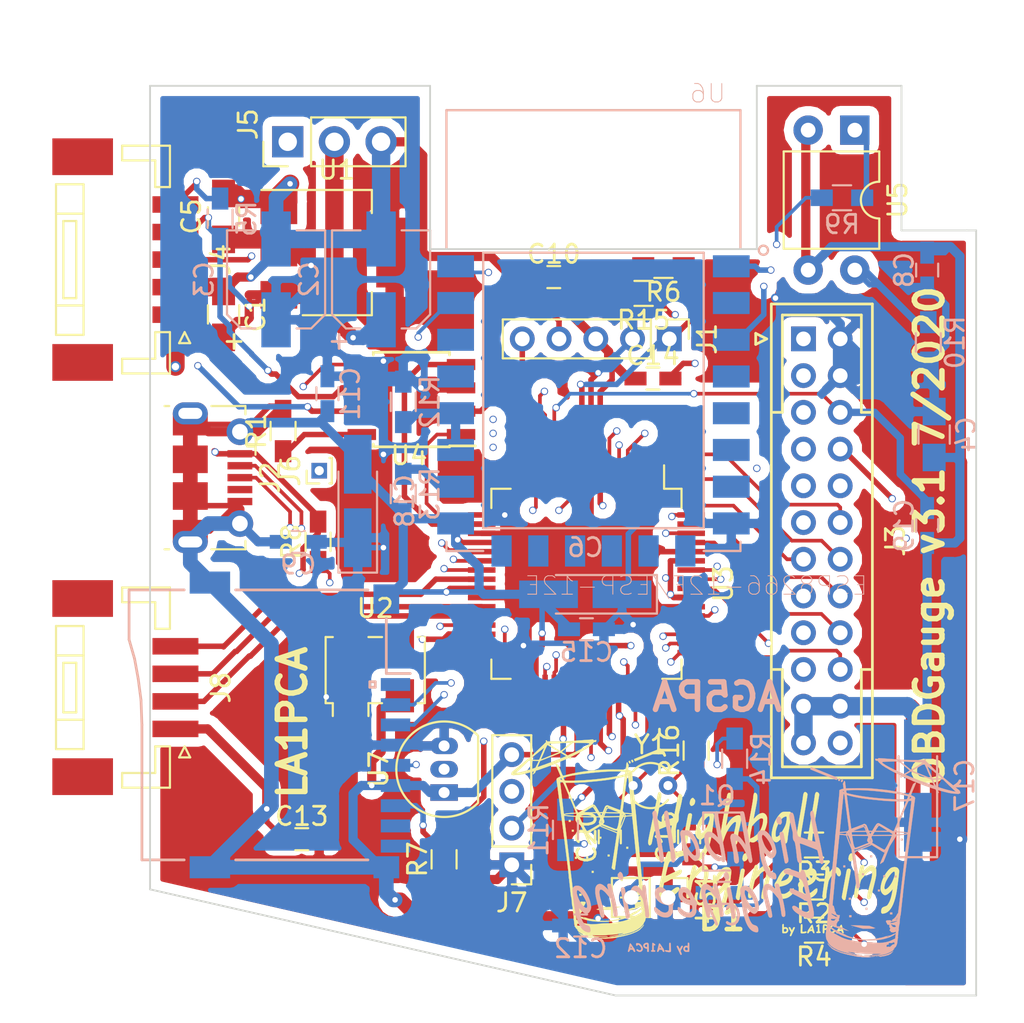
<source format=kicad_pcb>
(kicad_pcb (version 20171130) (host pcbnew "(5.0.2)-1")
  (layers (0 F.Cu signal) (1 In1.Cu signal) (2 In2.Cu signal) (31 B.Cu signal) (34 B.Paste user) (35 F.Paste user) (36 B.SilkS user) (37 F.SilkS user) (38 B.Mask user) (39 F.Mask user) (44 Edge.Cuts user))
  (net 0 "")
  (net 1 "Net-(C1-Pad2)")
  (net 2 "Net-(C1-Pad1)")
  (net 3 "Net-(C10-Pad2)")
  (net 4 "Net-(C7-Pad1)")
  (net 5 "Net-(D1-Pad2)")
  (net 6 "Net-(D1-Pad3)")
  (net 7 "Net-(D1-Pad4)")
  (net 8 "Net-(J1-Pad5)")
  (net 9 "Net-(J1-Pad4)")
  (net 10 "Net-(J1-Pad1)")
  (net 11 "Net-(J2-Pad3)")
  (net 12 "Net-(J2-Pad4)")
  (net 13 "Net-(J2-Pad2)")
  (net 14 "Net-(J3-Pad24)")
  (net 15 "Net-(J3-Pad22)")
  (net 16 "Net-(J3-Pad21)")
  (net 17 "Net-(J3-Pad20)")
  (net 18 "Net-(J3-Pad19)")
  (net 19 "Net-(J3-Pad18)")
  (net 20 "Net-(J3-Pad17)")
  (net 21 "Net-(J3-Pad16)")
  (net 22 "Net-(J3-Pad9)")
  (net 23 "Net-(J3-Pad8)")
  (net 24 "Net-(J3-Pad7)")
  (net 25 "Net-(J3-Pad6)")
  (net 26 "Net-(J3-Pad5)")
  (net 27 "Net-(J3-Pad4)")
  (net 28 "Net-(J3-Pad3)")
  (net 29 "Net-(J3-Pad2)")
  (net 30 "Net-(J3-Pad1)")
  (net 31 "Net-(J4-Pad5)")
  (net 32 "Net-(J4-Pad4)")
  (net 33 "Net-(J4-Pad3)")
  (net 34 "Net-(J4-Pad1)")
  (net 35 "Net-(J6-Pad1)")
  (net 36 "Net-(R1-Pad1)")
  (net 37 "Net-(R2-Pad1)")
  (net 38 "Net-(R3-Pad1)")
  (net 39 "Net-(R4-Pad1)")
  (net 40 "Net-(R7-Pad2)")
  (net 41 "Net-(R8-Pad1)")
  (net 42 "Net-(R9-Pad2)")
  (net 43 "Net-(R10-Pad2)")
  (net 44 "Net-(R12-Pad1)")
  (net 45 "Net-(R13-Pad2)")
  (net 46 "Net-(U2-Pad3)")
  (net 47 "Net-(U3-Pad51)")
  (net 48 "Net-(U3-Pad49)")
  (net 49 "Net-(U3-Pad45)")
  (net 50 "Net-(U3-Pad32)")
  (net 51 "Net-(U3-Pad30)")
  (net 52 "Net-(U3-Pad29)")
  (net 53 "Net-(U3-Pad23)")
  (net 54 "Net-(U3-Pad22)")
  (net 55 "Net-(U3-Pad21)")
  (net 56 "Net-(U3-Pad18)")
  (net 57 "Net-(U3-Pad17)")
  (net 58 "Net-(U3-Pad11)")
  (net 59 "Net-(U6-Pad2)")
  (net 60 "Net-(U6-Pad4)")
  (net 61 "Net-(U6-Pad5)")
  (net 62 "Net-(U6-Pad6)")
  (net 63 "Net-(U6-Pad7)")
  (net 64 "Net-(U6-Pad19)")
  (net 65 "Net-(U6-Pad20)")
  (net 66 "Net-(U6-Pad9)")
  (net 67 "Net-(U6-Pad10)")
  (net 68 "Net-(U6-Pad11)")
  (net 69 "Net-(U6-Pad12)")
  (net 70 "Net-(U6-Pad13)")
  (net 71 "Net-(U6-Pad14)")
  (net 72 "Net-(XS1-Pad1)")
  (net 73 "Net-(XS1-Pad8)")
  (net 74 "Net-(XS1-Pad9)")
  (net 75 "Net-(C19-Pad1)")
  (net 76 "Net-(J7-Pad3)")
  (net 77 "Net-(J7-Pad2)")
  (net 78 "Net-(R14-Pad2)")
  (net 79 "Net-(J8-Pad4)")
  (net 80 "Net-(J8-Pad3)")
  (net 81 "Net-(J8-Pad2)")
  (net 82 "Net-(C14-Pad2)")
  (net 83 "Net-(LS1-Pad2)")
  (net 84 "Net-(C16-Pad2)")
  (net 85 "Net-(C20-Pad2)")
  (net 86 "Net-(R16-Pad2)")
  (module lib:Conn_uSDcard (layer B.Cu) (at 91.1225 103.378 90)
    (fp_text reference XS1)
    (fp_text value SD_ebay-uSD-push/push_SMD)
    (pad 3 smd rect (at 0 10.5 90) (size 0.7 1.6) (layers B.Cu B.Paste B.Mask) (net 47 "Net-(U3-Pad51)"))
    (pad 2 smd rect (at 1.1 10.5 90) (size 0.7 1.6) (layers B.Cu B.Paste B.Mask) (net 49 "Net-(U3-Pad45)"))
    (pad 1 smd rect (at 2.2 10.5 90) (size 0.7 1.6) (layers B.Cu B.Paste B.Mask) (net 72 "Net-(XS1-Pad1)"))
    (pad 4 smd rect (at -1.1 10.5 90) (size 0.7 1.6) (layers B.Cu B.Paste B.Mask) (net 3 "Net-(C10-Pad2)"))
    (pad 5 smd rect (at -2.2 10.5 90) (size 0.7 1.6) (layers B.Cu B.Paste B.Mask) (net 48 "Net-(U3-Pad49)"))
    (pad 6 smd rect (at -3.3 10.5 90) (size 0.7 1.6) (layers B.Cu B.Paste B.Mask) (net 2 "Net-(C1-Pad1)"))
    (pad 8 smd rect (at -5.5 10.5 90) (size 0.7 1.6) (layers B.Cu B.Paste B.Mask) (net 73 "Net-(XS1-Pad8)"))
    (pad 7 smd rect (at -4.4 10.5 90) (size 0.7 1.6) (layers B.Cu B.Paste B.Mask) (net 40 "Net-(R7-Pad2)"))
    (pad 9 smd rect (at -6.6 10.5 90) (size 0.7 1.6) (layers B.Cu B.Paste B.Mask) (net 74 "Net-(XS1-Pad9)"))
    (pad 6 smd rect (at -7.75 10 90) (size 1.2 1.4) (layers B.Cu B.Paste B.Mask) (net 2 "Net-(C1-Pad1)"))
    (pad 6 smd rect (at 6.85 10 90) (size 1.6 1.4) (layers B.Cu B.Paste B.Mask) (net 2 "Net-(C1-Pad1)"))
    (pad 6 smd rect (at -7.75 0.4 90) (size 1.2 2.2) (layers B.Cu B.Paste B.Mask) (net 2 "Net-(C1-Pad1)"))
    (pad 6 smd rect (at 7.75 0.4 90) (size 1.2 2.2) (layers B.Cu B.Paste B.Mask) (net 2 "Net-(C1-Pad1)"))
  )
  (module Connectors_USB:USB_Micro-B_Molex-105017-0001 (layer F.Cu) (at 90.805 89.916 270)
    (fp_text reference J2 (at 0 -4 270) (layer F.SilkS))
    (fp_text value USB_B_Micro)
    (pad 6 smd rect (at -2.9 0.35 270) (size 1.2 1.9) (layers F.Cu F.Mask) (net 2 "Net-(C1-Pad1)"))
    (pad 6 smd rect (at 2.9 0.35 270) (size 1.2 1.9) (layers F.Cu F.Mask) (net 2 "Net-(C1-Pad1)"))
    (pad 6 thru_hole oval (at 3.5 0.35 270) (size 1.2 1.9) (drill oval 0.6 1.3) (layers *.Cu *.Mask) (net 2 "Net-(C1-Pad1)"))
    (pad 6 thru_hole oval (at -3.5 0.35 90) (size 1.2 1.9) (drill oval 0.6 1.3) (layers *.Cu *.Mask) (net 2 "Net-(C1-Pad1)"))
    (pad 6 smd rect (at -1 0.35 270) (size 1.5 1.9) (layers F.Cu F.Paste F.Mask) (net 2 "Net-(C1-Pad1)"))
    (pad 6 thru_hole circle (at 2.5 -2.35 270) (size 1.45 1.45) (drill 0.85) (layers *.Cu *.Mask) (net 2 "Net-(C1-Pad1)"))
    (pad 3 smd rect (at 0 -2.35 270) (size 0.4 1.35) (layers F.Cu F.Paste F.Mask) (net 11 "Net-(J2-Pad3)"))
    (pad 4 smd rect (at 0.65 -2.35 270) (size 0.4 1.35) (layers F.Cu F.Paste F.Mask) (net 12 "Net-(J2-Pad4)"))
    (pad 5 smd rect (at 1.3 -2.35 270) (size 0.4 1.35) (layers F.Cu F.Paste F.Mask) (net 2 "Net-(C1-Pad1)"))
    (pad 1 smd rect (at -1.3 -2.35 270) (size 0.4 1.35) (layers F.Cu F.Paste F.Mask) (net 1 "Net-(C1-Pad2)"))
    (pad 2 smd rect (at -0.65 -2.35 270) (size 0.4 1.35) (layers F.Cu F.Paste F.Mask) (net 13 "Net-(J2-Pad2)"))
    (pad 6 thru_hole circle (at -2.5 -2.35 270) (size 1.45 1.45) (drill 0.85) (layers *.Cu *.Mask) (net 2 "Net-(C1-Pad1)"))
    (pad 6 smd rect (at 1 0.35 270) (size 1.5 1.9) (layers F.Cu F.Paste F.Mask) (net 2 "Net-(C1-Pad1)"))
  )
  (module Housings_QFP:TQFP-64-1EP_10x10mm_Pitch0.5mm (layer F.Cu) (at 112.014 95.6945 270)
    (fp_text reference U3 (at 0 -7.45 270) (layer F.SilkS))
    (fp_text value PIC32MZ2048EFM064-I/PT)
    (pad 64 smd rect (at -3.75 -5.7) (size 1.5 0.3) (layers F.Cu F.Paste F.Mask) (net 25 "Net-(J3-Pad6)"))
    (pad 63 smd rect (at -3.25 -5.7) (size 1.5 0.3) (layers F.Cu F.Paste F.Mask) (net 17 "Net-(J3-Pad20)"))
    (pad 62 smd rect (at -2.75 -5.7) (size 1.5 0.3) (layers F.Cu F.Paste F.Mask) (net 26 "Net-(J3-Pad5)"))
    (pad 61 smd rect (at -2.25 -5.7) (size 1.5 0.3) (layers F.Cu F.Paste F.Mask) (net 16 "Net-(J3-Pad21)"))
    (pad 60 smd rect (at -1.75 -5.7) (size 1.5 0.3) (layers F.Cu F.Paste F.Mask) (net 3 "Net-(C10-Pad2)"))
    (pad 59 smd rect (at -1.25 -5.7) (size 1.5 0.3) (layers F.Cu F.Paste F.Mask) (net 2 "Net-(C1-Pad1)"))
    (pad 58 smd rect (at -0.75 -5.7) (size 1.5 0.3) (layers F.Cu F.Paste F.Mask) (net 27 "Net-(J3-Pad4)"))
    (pad 57 smd rect (at -0.25 -5.7) (size 1.5 0.3) (layers F.Cu F.Paste F.Mask) (net 29 "Net-(J3-Pad2)"))
    (pad 56 smd rect (at 0.25 -5.7) (size 1.5 0.3) (layers F.Cu F.Paste F.Mask) (net 14 "Net-(J3-Pad24)"))
    (pad 55 smd rect (at 0.75 -5.7) (size 1.5 0.3) (layers F.Cu F.Paste F.Mask) (net 2 "Net-(C1-Pad1)"))
    (pad 54 smd rect (at 1.25 -5.7) (size 1.5 0.3) (layers F.Cu F.Paste F.Mask) (net 3 "Net-(C10-Pad2)"))
    (pad 53 smd rect (at 1.75 -5.7) (size 1.5 0.3) (layers F.Cu F.Paste F.Mask) (net 28 "Net-(J3-Pad3)"))
    (pad 52 smd rect (at 2.25 -5.7) (size 1.5 0.3) (layers F.Cu F.Paste F.Mask) (net 15 "Net-(J3-Pad22)"))
    (pad 51 smd rect (at 2.75 -5.7) (size 1.5 0.3) (layers F.Cu F.Paste F.Mask) (net 47 "Net-(U3-Pad51)"))
    (pad 50 smd rect (at 3.25 -5.7) (size 1.5 0.3) (layers F.Cu F.Paste F.Mask) (net 40 "Net-(R7-Pad2)"))
    (pad 49 smd rect (at 3.75 -5.7) (size 1.5 0.3) (layers F.Cu F.Paste F.Mask) (net 48 "Net-(U3-Pad49)"))
    (pad 48 smd rect (at 5.7 -3.75 270) (size 1.5 0.3) (layers F.Cu F.Paste F.Mask) (net 86 "Net-(R16-Pad2)"))
    (pad 47 smd rect (at 5.7 -3.25 270) (size 1.5 0.3) (layers F.Cu F.Paste F.Mask) (net 85 "Net-(C20-Pad2)"))
    (pad 46 smd rect (at 5.7 -2.75 270) (size 1.5 0.3) (layers F.Cu F.Paste F.Mask) (net 23 "Net-(J3-Pad8)"))
    (pad 45 smd rect (at 5.7 -2.25 270) (size 1.5 0.3) (layers F.Cu F.Paste F.Mask) (net 49 "Net-(U3-Pad45)"))
    (pad 44 smd rect (at 5.7 -1.75 270) (size 1.5 0.3) (layers F.Cu F.Paste F.Mask) (net 22 "Net-(J3-Pad9)"))
    (pad 43 smd rect (at 5.7 -1.25 270) (size 1.5 0.3) (layers F.Cu F.Paste F.Mask) (net 30 "Net-(J3-Pad1)"))
    (pad 42 smd rect (at 5.7 -0.75 270) (size 1.5 0.3) (layers F.Cu F.Paste F.Mask) (net 21 "Net-(J3-Pad16)"))
    (pad 41 smd rect (at 5.7 -0.25 270) (size 1.5 0.3) (layers F.Cu F.Paste F.Mask) (net 20 "Net-(J3-Pad17)"))
    (pad 40 smd rect (at 5.7 0.25 270) (size 1.5 0.3) (layers F.Cu F.Paste F.Mask) (net 2 "Net-(C1-Pad1)"))
    (pad 39 smd rect (at 5.7 0.75 270) (size 1.5 0.3) (layers F.Cu F.Paste F.Mask) (net 3 "Net-(C10-Pad2)"))
    (pad 38 smd rect (at 5.7 1.25 270) (size 1.5 0.3) (layers F.Cu F.Paste F.Mask) (net 77 "Net-(J7-Pad2)"))
    (pad 37 smd rect (at 5.7 1.75 270) (size 1.5 0.3) (layers F.Cu F.Paste F.Mask) (net 11 "Net-(J2-Pad3)"))
    (pad 36 smd rect (at 5.7 2.25 270) (size 1.5 0.3) (layers F.Cu F.Paste F.Mask) (net 13 "Net-(J2-Pad2)"))
    (pad 35 smd rect (at 5.7 2.75 270) (size 1.5 0.3) (layers F.Cu F.Paste F.Mask) (net 2 "Net-(C1-Pad1)"))
    (pad 34 smd rect (at 5.7 3.25 270) (size 1.5 0.3) (layers F.Cu F.Paste F.Mask) (net 3 "Net-(C10-Pad2)"))
    (pad 33 smd rect (at 5.7 3.75 270) (size 1.5 0.3) (layers F.Cu F.Paste F.Mask) (net 41 "Net-(R8-Pad1)"))
    (pad 32 smd rect (at 3.75 5.7) (size 1.5 0.3) (layers F.Cu F.Paste F.Mask) (net 50 "Net-(U3-Pad32)"))
    (pad 31 smd rect (at 3.25 5.7) (size 1.5 0.3) (layers F.Cu F.Paste F.Mask) (net 46 "Net-(U2-Pad3)"))
    (pad 30 smd rect (at 2.75 5.7) (size 1.5 0.3) (layers F.Cu F.Paste F.Mask) (net 51 "Net-(U3-Pad30)"))
    (pad 29 smd rect (at 2.25 5.7) (size 1.5 0.3) (layers F.Cu F.Paste F.Mask) (net 52 "Net-(U3-Pad29)"))
    (pad 28 smd rect (at 1.75 5.7) (size 1.5 0.3) (layers F.Cu F.Paste F.Mask) (net 81 "Net-(J8-Pad2)"))
    (pad 27 smd rect (at 1.25 5.7) (size 1.5 0.3) (layers F.Cu F.Paste F.Mask) (net 80 "Net-(J8-Pad3)"))
    (pad 26 smd rect (at 0.75 5.7) (size 1.5 0.3) (layers F.Cu F.Paste F.Mask) (net 3 "Net-(C10-Pad2)"))
    (pad 25 smd rect (at 0.25 5.7) (size 1.5 0.3) (layers F.Cu F.Paste F.Mask) (net 2 "Net-(C1-Pad1)"))
    (pad 24 smd rect (at -0.25 5.7) (size 1.5 0.3) (layers F.Cu F.Paste F.Mask) (net 79 "Net-(J8-Pad4)"))
    (pad 23 smd rect (at -0.75 5.7) (size 1.5 0.3) (layers F.Cu F.Paste F.Mask) (net 53 "Net-(U3-Pad23)"))
    (pad 22 smd rect (at -1.25 5.7) (size 1.5 0.3) (layers F.Cu F.Paste F.Mask) (net 54 "Net-(U3-Pad22)"))
    (pad 21 smd rect (at -1.75 5.7) (size 1.5 0.3) (layers F.Cu F.Paste F.Mask) (net 55 "Net-(U3-Pad21)"))
    (pad 20 smd rect (at -2.25 5.7) (size 1.5 0.3) (layers F.Cu F.Paste F.Mask) (net 2 "Net-(C1-Pad1)"))
    (pad 19 smd rect (at -2.75 5.7) (size 1.5 0.3) (layers F.Cu F.Paste F.Mask) (net 3 "Net-(C10-Pad2)"))
    (pad 18 smd rect (at -3.25 5.7) (size 1.5 0.3) (layers F.Cu F.Paste F.Mask) (net 56 "Net-(U3-Pad18)"))
    (pad 17 smd rect (at -3.75 5.7) (size 1.5 0.3) (layers F.Cu F.Paste F.Mask) (net 57 "Net-(U3-Pad17)"))
    (pad 16 smd rect (at -5.7 3.75 270) (size 1.5 0.3) (layers F.Cu F.Paste F.Mask) (net 9 "Net-(J1-Pad4)"))
    (pad 15 smd rect (at -5.7 3.25 270) (size 1.5 0.3) (layers F.Cu F.Paste F.Mask) (net 8 "Net-(J1-Pad5)"))
    (pad 14 smd rect (at -5.7 2.75 270) (size 1.5 0.3) (layers F.Cu F.Paste F.Mask) (net 76 "Net-(J7-Pad3)"))
    (pad 13 smd rect (at -5.7 2.25 270) (size 1.5 0.3) (layers F.Cu F.Paste F.Mask) (net 43 "Net-(R10-Pad2)"))
    (pad 12 smd rect (at -5.7 1.75 270) (size 1.5 0.3) (layers F.Cu F.Paste F.Mask) (net 75 "Net-(C19-Pad1)"))
    (pad 11 smd rect (at -5.7 1.25 270) (size 1.5 0.3) (layers F.Cu F.Paste F.Mask) (net 58 "Net-(U3-Pad11)"))
    (pad 10 smd rect (at -5.7 0.75 270) (size 1.5 0.3) (layers F.Cu F.Paste F.Mask) (net 78 "Net-(R14-Pad2)"))
    (pad 9 smd rect (at -5.7 0.25 270) (size 1.5 0.3) (layers F.Cu F.Paste F.Mask) (net 10 "Net-(J1-Pad1)"))
    (pad 8 smd rect (at -5.7 -0.25 270) (size 1.5 0.3) (layers F.Cu F.Paste F.Mask) (net 3 "Net-(C10-Pad2)"))
    (pad 7 smd rect (at -5.7 -0.75 270) (size 1.5 0.3) (layers F.Cu F.Paste F.Mask) (net 2 "Net-(C1-Pad1)"))
    (pad 6 smd rect (at -5.7 -1.25 270) (size 1.5 0.3) (layers F.Cu F.Paste F.Mask) (net 37 "Net-(R2-Pad1)"))
    (pad 5 smd rect (at -5.7 -1.75 270) (size 1.5 0.3) (layers F.Cu F.Paste F.Mask) (net 38 "Net-(R3-Pad1)"))
    (pad 4 smd rect (at -5.7 -2.25 270) (size 1.5 0.3) (layers F.Cu F.Paste F.Mask) (net 39 "Net-(R4-Pad1)"))
    (pad 3 smd rect (at -5.7 -2.75 270) (size 1.5 0.3) (layers F.Cu F.Paste F.Mask) (net 19 "Net-(J3-Pad18)"))
    (pad 2 smd rect (at -5.7 -3.25 270) (size 1.5 0.3) (layers F.Cu F.Paste F.Mask) (net 24 "Net-(J3-Pad7)"))
    (pad 1 smd rect (at -5.7 -3.75 270) (size 1.5 0.3) (layers F.Cu F.Paste F.Mask) (net 18 "Net-(J3-Pad19)"))
  )
  (module TO_SOT_Packages_SMD:SOT-23 (layer B.Cu) (at 119.126 109.728 180)
    (fp_text reference Q1 (at 0 2.5 180) (layer B.SilkS) (effects (justify mirror)))
    (fp_text value 2N3904)
    (pad 1 smd rect (at -1 0.95 180) (size 0.9 0.8) (layers B.Cu B.Paste B.Mask) (net 4 "Net-(C7-Pad1)"))
    (pad 2 smd rect (at -1 -0.95 180) (size 0.9 0.8) (layers B.Cu B.Paste B.Mask) (net 2 "Net-(C1-Pad1)"))
    (pad 3 smd rect (at 1 0 180) (size 0.9 0.8) (layers B.Cu B.Paste B.Mask) (net 83 "Net-(LS1-Pad2)"))
  )
  (module Capacitors_SMD:C_0805_HandSoldering (layer F.Cu) (at 92.2655 81.026 270)
    (fp_text reference C1 (at 0 -1.75 270) (layer F.SilkS))
    (fp_text value ,01u)
    (pad 2 smd rect (at 1.25 0 270) (size 1.5 1.25) (layers F.Cu F.Paste F.Mask) (net 1 "Net-(C1-Pad2)"))
    (pad 1 smd rect (at -1.25 0 270) (size 1.5 1.25) (layers F.Cu F.Paste F.Mask) (net 2 "Net-(C1-Pad1)"))
  )
  (module Capacitors_SMD:CP_Elec_5x4.5 (layer B.Cu) (at 100.838 79.121 90)
    (fp_text reference C2 (at 0 -3.92 90) (layer B.SilkS) (effects (justify mirror)))
    (fp_text value 100uF)
    (fp_text user + (at -3.38 -2.36 90) (layer B.SilkS) (effects (justify mirror)))
    (pad 2 smd rect (at 2.2 0 270) (size 3 1.6) (layers B.Cu B.Paste B.Mask) (net 2 "Net-(C1-Pad1)"))
    (pad 1 smd rect (at -2.2 0 270) (size 3 1.6) (layers B.Cu B.Paste B.Mask) (net 1 "Net-(C1-Pad2)"))
  )
  (module Capacitors_SMD:CP_Elec_5x4.5 (layer B.Cu) (at 95.123 79.121 90)
    (fp_text reference C3 (at 0 -3.92 90) (layer B.SilkS) (effects (justify mirror)))
    (fp_text value 100uF)
    (fp_text user + (at -3.38 -2.36 90) (layer F.SilkS))
    (pad 1 smd rect (at -2.2 0 270) (size 3 1.6) (layers B.Cu B.Paste B.Mask) (net 3 "Net-(C10-Pad2)"))
    (pad 2 smd rect (at 2.2 0 270) (size 3 1.6) (layers B.Cu B.Paste B.Mask) (net 2 "Net-(C1-Pad1)"))
  )
  (module Capacitors_SMD:C_0805_HandSoldering (layer B.Cu) (at 130.937 87.5665 90)
    (fp_text reference C4 (at 0 1.75 90) (layer B.SilkS) (effects (justify mirror)))
    (fp_text value ,01u)
    (pad 2 smd rect (at 1.25 0 90) (size 1.5 1.25) (layers B.Cu B.Paste B.Mask) (net 3 "Net-(C10-Pad2)"))
    (pad 1 smd rect (at -1.25 0 90) (size 1.5 1.25) (layers B.Cu B.Paste B.Mask) (net 2 "Net-(C1-Pad1)"))
  )
  (module Capacitors_SMD:C_0805_HandSoldering (layer F.Cu) (at 92.2655 75.692 90)
    (fp_text reference C5 (at 0 -1.75 90) (layer F.SilkS))
    (fp_text value ,01u)
    (pad 1 smd rect (at -1.25 0 90) (size 1.5 1.25) (layers F.Cu F.Paste F.Mask) (net 3 "Net-(C10-Pad2)"))
    (pad 2 smd rect (at 1.25 0 90) (size 1.5 1.25) (layers F.Cu F.Paste F.Mask) (net 2 "Net-(C1-Pad1)"))
  )
  (module Capacitors_Tantalum_SMD:CP_Tantalum_Case-A_EIA-3216-18_Hand (layer B.Cu) (at 111.9505 96.266 180)
    (fp_text reference C6 (at 0 2.55 180) (layer B.SilkS) (effects (justify mirror)))
    (fp_text value CP_Small)
    (pad 2 smd rect (at 2 0 180) (size 3.2 1.5) (layers B.Cu B.Paste B.Mask) (net 2 "Net-(C1-Pad1)"))
    (pad 1 smd rect (at -2 0 180) (size 3.2 1.5) (layers B.Cu B.Paste B.Mask) (net 3 "Net-(C10-Pad2)"))
  )
  (module Capacitors_SMD:C_0603_HandSoldering (layer B.Cu) (at 130.556 78.613 270)
    (fp_text reference C8 (at 0 1.25 270) (layer B.SilkS) (effects (justify mirror)))
    (fp_text value ,01u)
    (pad 2 smd rect (at 0.95 0 270) (size 1.2 0.75) (layers B.Cu B.Paste B.Mask) (net 3 "Net-(C10-Pad2)"))
    (pad 1 smd rect (at -0.95 0 270) (size 1.2 0.75) (layers B.Cu B.Paste B.Mask) (net 2 "Net-(C1-Pad1)"))
  )
  (module Capacitors_SMD:C_0603_HandSoldering (layer B.Cu) (at 96.3295 93.4085)
    (fp_text reference C9 (at 0 1.25) (layer B.SilkS) (effects (justify mirror)))
    (fp_text value ,01u)
    (pad 2 smd rect (at 0.95 0) (size 1.2 0.75) (layers B.Cu B.Paste B.Mask) (net 3 "Net-(C10-Pad2)"))
    (pad 1 smd rect (at -0.95 0) (size 1.2 0.75) (layers B.Cu B.Paste B.Mask) (net 2 "Net-(C1-Pad1)"))
  )
  (module Capacitors_SMD:C_0603_HandSoldering (layer F.Cu) (at 110.236 78.994)
    (fp_text reference C10 (at 0 -1.25) (layer F.SilkS))
    (fp_text value ,1u)
    (pad 2 smd rect (at 0.95 0) (size 1.2 0.75) (layers F.Cu F.Paste F.Mask) (net 3 "Net-(C10-Pad2)"))
    (pad 1 smd rect (at -0.95 0) (size 1.2 0.75) (layers F.Cu F.Paste F.Mask) (net 2 "Net-(C1-Pad1)"))
  )
  (module Capacitors_SMD:C_0603_HandSoldering (layer B.Cu) (at 97.917 85.344 90)
    (fp_text reference C11 (at 0 1.25 90) (layer B.SilkS) (effects (justify mirror)))
    (fp_text value ,1u)
    (pad 1 smd rect (at -0.95 0 90) (size 1.2 0.75) (layers B.Cu B.Paste B.Mask) (net 2 "Net-(C1-Pad1)"))
    (pad 2 smd rect (at 0.95 0 90) (size 1.2 0.75) (layers B.Cu B.Paste B.Mask) (net 3 "Net-(C10-Pad2)"))
  )
  (module Capacitors_SMD:C_0603_HandSoldering (layer B.Cu) (at 111.6965 114.3)
    (fp_text reference C12 (at 0 1.25) (layer B.SilkS) (effects (justify mirror)))
    (fp_text value ,1u)
    (pad 1 smd rect (at -0.95 0) (size 1.2 0.75) (layers B.Cu B.Paste B.Mask) (net 3 "Net-(C10-Pad2)"))
    (pad 2 smd rect (at 0.95 0) (size 1.2 0.75) (layers B.Cu B.Paste B.Mask) (net 2 "Net-(C1-Pad1)"))
  )
  (module Capacitors_Tantalum_SMD:CP_Tantalum_Case-A_EIA-3216-18_Hand (layer B.Cu) (at 130.048 106.68 90)
    (fp_text reference C17 (at 0 2.55 90) (layer B.SilkS) (effects (justify mirror)))
    (fp_text value 100uF)
    (pad 2 smd rect (at 2 0 90) (size 3.2 1.5) (layers B.Cu B.Paste B.Mask) (net 2 "Net-(C1-Pad1)"))
    (pad 1 smd rect (at -2 0 90) (size 3.2 1.5) (layers B.Cu B.Paste B.Mask) (net 3 "Net-(C10-Pad2)"))
  )
  (module Capacitors_Tantalum_SMD:CP_Tantalum_Case-A_EIA-3216-18_Hand (layer B.Cu) (at 99.568 91.186 90)
    (fp_text reference C18 (at 0 2.55 90) (layer B.SilkS) (effects (justify mirror)))
    (fp_text value 100uF)
    (pad 1 smd rect (at -2 0 90) (size 3.2 1.5) (layers B.Cu B.Paste B.Mask) (net 3 "Net-(C10-Pad2)"))
    (pad 2 smd rect (at 2 0 90) (size 3.2 1.5) (layers B.Cu B.Paste B.Mask) (net 2 "Net-(C1-Pad1)"))
  )
  (module SamacSys_Parts:SM0605BCRG (layer F.Cu) (at 119.38 113.919 180)
    (fp_text reference D1 (at 0 0 180) (layer F.SilkS) (effects (font (size 1.27 1.27) (thickness 0.254))))
    (fp_text value LED_ARGB hide)
    (pad 1 smd rect (at 0.5 0.875 180) (size 0.5 0.85) (layers F.Cu F.Paste F.Mask) (net 3 "Net-(C10-Pad2)"))
    (pad 2 smd rect (at 0.5 -0.875 180) (size 0.5 0.85) (layers F.Cu F.Paste F.Mask) (net 5 "Net-(D1-Pad2)"))
    (pad 3 smd rect (at -0.5 0.875 180) (size 0.5 0.85) (layers F.Cu F.Paste F.Mask) (net 6 "Net-(D1-Pad3)"))
    (pad 4 smd rect (at -0.5 -0.875 180) (size 0.5 0.85) (layers F.Cu F.Paste F.Mask) (net 7 "Net-(D1-Pad4)"))
  )
  (module Pin_Headers:Pin_Header_Straight_1x05_Pitch2.00mm (layer F.Cu) (at 116.5225 82.3595 270)
    (fp_text reference J1 (at 0 -2.06 270) (layer F.SilkS))
    (fp_text value "Pic prog.")
    (pad 5 thru_hole oval (at 0 8 270) (size 1.35 1.35) (drill 0.8) (layers *.Cu *.Mask) (net 8 "Net-(J1-Pad5)"))
    (pad 4 thru_hole oval (at 0 6 270) (size 1.35 1.35) (drill 0.8) (layers *.Cu *.Mask) (net 9 "Net-(J1-Pad4)"))
    (pad 3 thru_hole oval (at 0 4 270) (size 1.35 1.35) (drill 0.8) (layers *.Cu *.Mask) (net 2 "Net-(C1-Pad1)"))
    (pad 2 thru_hole oval (at 0 2 270) (size 1.35 1.35) (drill 0.8) (layers *.Cu *.Mask) (net 3 "Net-(C10-Pad2)"))
    (pad 1 thru_hole rect (at 0 0 270) (size 1.35 1.35) (drill 0.8) (layers *.Cu *.Mask) (net 10 "Net-(J1-Pad1)"))
  )
  (module Connectors_JAE:JAE_LY20-24P-2T_2x12x2.00mm_Straight (layer F.Cu) (at 123.825 82.3595 270)
    (fp_text reference J3 (at 11 -5 270) (layer F.SilkS))
    (fp_text value Conn_02x12_Counter_Clockwise)
    (pad 24 thru_hole circle (at 22 -2 270) (size 1.35 1.35) (drill 0.8) (layers *.Cu *.Mask) (net 14 "Net-(J3-Pad24)"))
    (pad 23 thru_hole circle (at 20 -2 270) (size 1.35 1.35) (drill 0.8) (layers *.Cu *.Mask) (net 2 "Net-(C1-Pad1)"))
    (pad 22 thru_hole circle (at 18 -2 270) (size 1.35 1.35) (drill 0.8) (layers *.Cu *.Mask) (net 15 "Net-(J3-Pad22)"))
    (pad 21 thru_hole circle (at 16 -2 270) (size 1.35 1.35) (drill 0.8) (layers *.Cu *.Mask) (net 16 "Net-(J3-Pad21)"))
    (pad 20 thru_hole circle (at 14 -2 270) (size 1.35 1.35) (drill 0.8) (layers *.Cu *.Mask) (net 17 "Net-(J3-Pad20)"))
    (pad 19 thru_hole circle (at 12 -2 270) (size 1.35 1.35) (drill 0.8) (layers *.Cu *.Mask) (net 18 "Net-(J3-Pad19)"))
    (pad 18 thru_hole circle (at 10 -2 270) (size 1.35 1.35) (drill 0.8) (layers *.Cu *.Mask) (net 19 "Net-(J3-Pad18)"))
    (pad 17 thru_hole circle (at 8 -2 270) (size 1.35 1.35) (drill 0.8) (layers *.Cu *.Mask) (net 20 "Net-(J3-Pad17)"))
    (pad 16 thru_hole circle (at 6 -2 270) (size 1.35 1.35) (drill 0.8) (layers *.Cu *.Mask) (net 21 "Net-(J3-Pad16)"))
    (pad 15 thru_hole circle (at 4 -2 270) (size 1.35 1.35) (drill 0.8) (layers *.Cu *.Mask) (net 75 "Net-(C19-Pad1)"))
    (pad 14 thru_hole circle (at 2 -2 270) (size 1.35 1.35) (drill 0.8) (layers *.Cu *.Mask) (net 3 "Net-(C10-Pad2)"))
    (pad 13 thru_hole circle (at 0 -2 270) (size 1.35 1.35) (drill 0.8) (layers *.Cu *.Mask) (net 3 "Net-(C10-Pad2)"))
    (pad 12 thru_hole circle (at 22 0 270) (size 1.35 1.35) (drill 0.8) (layers *.Cu *.Mask) (net 2 "Net-(C1-Pad1)"))
    (pad 11 thru_hole circle (at 20 0 270) (size 1.35 1.35) (drill 0.8) (layers *.Cu *.Mask) (net 2 "Net-(C1-Pad1)"))
    (pad 10 thru_hole circle (at 18 0 270) (size 1.35 1.35) (drill 0.8) (layers *.Cu *.Mask) (net 1 "Net-(C1-Pad2)"))
    (pad 9 thru_hole circle (at 16 0 270) (size 1.35 1.35) (drill 0.8) (layers *.Cu *.Mask) (net 22 "Net-(J3-Pad9)"))
    (pad 8 thru_hole circle (at 14 0 270) (size 1.35 1.35) (drill 0.8) (layers *.Cu *.Mask) (net 23 "Net-(J3-Pad8)"))
    (pad 7 thru_hole circle (at 12 0 270) (size 1.35 1.35) (drill 0.8) (layers *.Cu *.Mask) (net 24 "Net-(J3-Pad7)"))
    (pad 6 thru_hole circle (at 10 0 270) (size 1.35 1.35) (drill 0.8) (layers *.Cu *.Mask) (net 25 "Net-(J3-Pad6)"))
    (pad 5 thru_hole circle (at 8 0 270) (size 1.35 1.35) (drill 0.8) (layers *.Cu *.Mask) (net 26 "Net-(J3-Pad5)"))
    (pad 4 thru_hole circle (at 6 0 270) (size 1.35 1.35) (drill 0.8) (layers *.Cu *.Mask) (net 27 "Net-(J3-Pad4)"))
    (pad 3 thru_hole circle (at 4 0 270) (size 1.35 1.35) (drill 0.8) (layers *.Cu *.Mask) (net 28 "Net-(J3-Pad3)"))
    (pad 2 thru_hole circle (at 2 0 270) (size 1.35 1.35) (drill 0.8) (layers *.Cu *.Mask) (net 29 "Net-(J3-Pad2)"))
    (pad 1 thru_hole rect (at 0 0 270) (size 1.35 1.35) (drill 0.8) (layers *.Cu *.Mask) (net 30 "Net-(J3-Pad1)"))
  )
  (module Connectors_JST:JST_ZE_BM05B-ZESS-TBT_05x1.5mm_Straight (layer F.Cu) (at 87.122 78.0415 270)
    (fp_text reference J4 (at 0 -5 270) (layer F.SilkS))
    (fp_text value Connector)
    (pad "" smd rect (at -5.6 2.525 270) (size 2 3.3) (layers F.Cu F.Paste F.Mask))
    (pad "" smd rect (at 5.6 2.525 270) (size 2 3.3) (layers F.Cu F.Paste F.Mask))
    (pad 5 smd rect (at -3 -2.525 270) (size 0.9 2.5) (layers F.Cu F.Paste F.Mask) (net 31 "Net-(J4-Pad5)"))
    (pad 4 smd rect (at -1.5 -2.525 270) (size 0.9 2.5) (layers F.Cu F.Paste F.Mask) (net 32 "Net-(J4-Pad4)"))
    (pad 3 smd rect (at 0 -2.525 270) (size 0.9 2.5) (layers F.Cu F.Paste F.Mask) (net 33 "Net-(J4-Pad3)"))
    (pad 2 smd rect (at 1.5 -2.525 270) (size 0.9 2.5) (layers F.Cu F.Paste F.Mask) (net 2 "Net-(C1-Pad1)"))
    (pad 1 smd rect (at 3 -2.525 270) (size 0.9 2.5) (layers F.Cu F.Paste F.Mask) (net 34 "Net-(J4-Pad1)"))
  )
  (module Pin_Headers:Pin_Header_Straight_1x03_Pitch2.54mm (layer F.Cu) (at 95.758 71.628 90)
    (fp_text reference J5 (at 0.9525 -2.159 90) (layer F.SilkS))
    (fp_text value Conn_01x03_Female)
    (pad 3 thru_hole oval (at 0 5.08 90) (size 1.7 1.7) (drill 1) (layers *.Cu *.Mask) (net 2 "Net-(C1-Pad1)"))
    (pad 2 thru_hole oval (at 0 2.54 90) (size 1.7 1.7) (drill 1) (layers *.Cu *.Mask) (net 1 "Net-(C1-Pad2)"))
    (pad 1 thru_hole rect (at 0 0 90) (size 1.7 1.7) (drill 1) (layers *.Cu *.Mask) (net 34 "Net-(J4-Pad1)"))
  )
  (module Pin_Headers:Pin_Header_Straight_1x01_Pitch1.00mm (layer F.Cu) (at 97.4725 89.535 90)
    (fp_text reference J6 (at 0 -1.56 90) (layer F.SilkS))
    (fp_text value Conn_01x01_Female)
    (pad 1 thru_hole rect (at 0 0 90) (size 0.85 0.85) (drill 0.5) (layers *.Cu *.Mask) (net 35 "Net-(J6-Pad1)"))
  )
  (module Pin_Headers:Pin_Header_Straight_1x02_Pitch2.00mm (layer F.Cu) (at 116.459 112.776 270)
    (fp_text reference LS1 (at 0 -2.06 270) (layer F.SilkS))
    (fp_text value Speaker_Crystal)
    (pad 2 thru_hole oval (at 0 2 270) (size 1.35 1.35) (drill 0.8) (layers *.Cu *.Mask) (net 83 "Net-(LS1-Pad2)"))
    (pad 1 thru_hole rect (at 0 0 270) (size 1.35 1.35) (drill 0.8) (layers *.Cu *.Mask) (net 3 "Net-(C10-Pad2)"))
  )
  (module TO_SOT_Packages_SMD:SOT-223 (layer F.Cu) (at 98.425 77.6605)
    (fp_text reference U1 (at 0 -4.5) (layer F.SilkS))
    (fp_text value AMS1117-3.3)
    (pad 1 smd rect (at -3.15 -2.3) (size 2 1.5) (layers F.Cu F.Paste F.Mask) (net 2 "Net-(C1-Pad1)"))
    (pad 3 smd rect (at -3.15 2.3) (size 2 1.5) (layers F.Cu F.Paste F.Mask) (net 1 "Net-(C1-Pad2)"))
    (pad 2 smd rect (at -3.15 0) (size 2 1.5) (layers F.Cu F.Paste F.Mask) (net 3 "Net-(C10-Pad2)"))
    (pad 4 smd rect (at 3.15 0) (size 2 3.8) (layers F.Cu F.Paste F.Mask) (net 3 "Net-(C10-Pad2)"))
  )
  (module Oscillators:Oscillator_SMD_EuroQuartz_XO53-4pin_5.0x3.2mm_HandSoldering (layer F.Cu) (at 100.5205 100.3935)
    (fp_text reference U2 (at 0 -3.3655) (layer F.SilkS))
    (fp_text value KC5032A20.0000CM0E00)
    (pad 4 smd rect (at -1.34 -1.4) (size 1.54 1.8) (layers F.Cu F.Paste F.Mask) (net 3 "Net-(C10-Pad2)"))
    (pad 3 smd rect (at 1.34 -1.4) (size 1.54 1.8) (layers F.Cu F.Paste F.Mask) (net 46 "Net-(U2-Pad3)"))
    (pad 2 smd rect (at 1.34 1.4) (size 1.54 1.8) (layers F.Cu F.Paste F.Mask) (net 2 "Net-(C1-Pad1)"))
    (pad 1 smd rect (at -1.34 1.4) (size 1.54 1.8) (layers F.Cu F.Paste F.Mask) (net 3 "Net-(C10-Pad2)"))
  )
  (module Housings_SOIC:SOIC-8_3.9x4.9mm_Pitch1.27mm (layer F.Cu) (at 102.489 85.6615 180)
    (fp_text reference U4 (at 0.127 -3.048 180) (layer F.SilkS))
    (fp_text value SN65HVD230)
    (pad 8 smd rect (at 2.7 -1.905 180) (size 1.55 0.6) (layers F.Cu F.Paste F.Mask) (net 36 "Net-(R1-Pad1)"))
    (pad 7 smd rect (at 2.7 -0.635 180) (size 1.55 0.6) (layers F.Cu F.Paste F.Mask) (net 31 "Net-(J4-Pad5)"))
    (pad 6 smd rect (at 2.7 0.635 180) (size 1.55 0.6) (layers F.Cu F.Paste F.Mask) (net 32 "Net-(J4-Pad4)"))
    (pad 5 smd rect (at 2.7 1.905 180) (size 1.55 0.6) (layers F.Cu F.Paste F.Mask) (net 35 "Net-(J6-Pad1)"))
    (pad 4 smd rect (at -2.7 1.905 180) (size 1.55 0.6) (layers F.Cu F.Paste F.Mask) (net 56 "Net-(U3-Pad18)"))
    (pad 3 smd rect (at -2.7 0.635 180) (size 1.55 0.6) (layers F.Cu F.Paste F.Mask) (net 3 "Net-(C10-Pad2)"))
    (pad 2 smd rect (at -2.7 -0.635 180) (size 1.55 0.6) (layers F.Cu F.Paste F.Mask) (net 2 "Net-(C1-Pad1)"))
    (pad 1 smd rect (at -2.7 -1.905 180) (size 1.55 0.6) (layers F.Cu F.Paste F.Mask) (net 57 "Net-(U3-Pad17)"))
  )
  (module Housings_DIP:DIP-4_W7.62mm (layer F.Cu) (at 126.619 70.993 270)
    (fp_text reference U5 (at 3.81 -2.33 270) (layer F.SilkS))
    (fp_text value PC817)
    (pad 4 thru_hole oval (at 7.62 0 270) (size 1.6 1.6) (drill 0.8) (layers *.Cu *.Mask) (net 43 "Net-(R10-Pad2)"))
    (pad 2 thru_hole oval (at 0 2.54 270) (size 1.6 1.6) (drill 0.8) (layers *.Cu *.Mask) (net 2 "Net-(C1-Pad1)"))
    (pad 3 thru_hole oval (at 7.62 2.54 270) (size 1.6 1.6) (drill 0.8) (layers *.Cu *.Mask) (net 2 "Net-(C1-Pad1)"))
    (pad 1 thru_hole rect (at 0 0 270) (size 1.6 1.6) (drill 0.8) (layers *.Cu *.Mask) (net 42 "Net-(R9-Pad2)"))
  )
  (module ESP8266-12E_ESP-12E:XCVR_ESP8266-12E%2fESP-12E (layer B.Cu) (at 112.395 85.4075 180)
    (fp_text reference U6 (at -6.22002 16.4114 180) (layer B.SilkS) (effects (font (size 1.00162 1.00162) (thickness 0.05)) (justify mirror)))
    (fp_text value ESP8266-12E/ESP-12E (at -5.58894 -10.3909 180) (layer B.SilkS) (effects (font (size 1.0025 1.0025) (thickness 0.05)) (justify mirror)))
    (pad 1 smd rect (at -7.5 7 180) (size 2 1.2) (layers B.Cu B.Paste B.Mask) (net 55 "Net-(U3-Pad21)"))
    (pad 2 smd rect (at -7.5 5 180) (size 2 1.2) (layers B.Cu B.Paste B.Mask) (net 59 "Net-(U6-Pad2)"))
    (pad 3 smd rect (at -7.5 3 180) (size 2 1.2) (layers B.Cu B.Paste B.Mask) (net 54 "Net-(U3-Pad22)"))
    (pad 4 smd rect (at -7.5 1 180) (size 2 1.2) (layers B.Cu B.Paste B.Mask) (net 60 "Net-(U6-Pad4)"))
    (pad 5 smd rect (at -7.5 -1 180) (size 2 1.2) (layers B.Cu B.Paste B.Mask) (net 61 "Net-(U6-Pad5)"))
    (pad 6 smd rect (at -7.5 -3 180) (size 2 1.2) (layers B.Cu B.Paste B.Mask) (net 62 "Net-(U6-Pad6)"))
    (pad 7 smd rect (at -7.5 -5 180) (size 2 1.2) (layers B.Cu B.Paste B.Mask) (net 63 "Net-(U6-Pad7)"))
    (pad 8 smd rect (at -7.5 -7 180) (size 2 1.2) (layers B.Cu B.Paste B.Mask) (net 3 "Net-(C10-Pad2)"))
    (pad 15 smd rect (at 7.5 -7 180) (size 2 1.2) (layers B.Cu B.Paste B.Mask) (net 2 "Net-(C1-Pad1)"))
    (pad 16 smd rect (at 7.5 -5 180) (size 2 1.2) (layers B.Cu B.Paste B.Mask) (net 45 "Net-(R13-Pad2)"))
    (pad 17 smd rect (at 7.5 -3 180) (size 2 1.2) (layers B.Cu B.Paste B.Mask) (net 44 "Net-(R12-Pad1)"))
    (pad 18 smd rect (at 7.5 -1 180) (size 2 1.2) (layers B.Cu B.Paste B.Mask) (net 44 "Net-(R12-Pad1)"))
    (pad 19 smd rect (at 7.5 1 180) (size 2 1.2) (layers B.Cu B.Paste B.Mask) (net 64 "Net-(U6-Pad19)"))
    (pad 20 smd rect (at 7.5 3 180) (size 2 1.2) (layers B.Cu B.Paste B.Mask) (net 65 "Net-(U6-Pad20)"))
    (pad 21 smd rect (at 7.5 5 180) (size 2 1.2) (layers B.Cu B.Paste B.Mask) (net 51 "Net-(U3-Pad30)"))
    (pad 22 smd rect (at 7.5 7 180) (size 2 1.2) (layers B.Cu B.Paste B.Mask) (net 52 "Net-(U3-Pad29)"))
    (pad 9 smd rect (at -5 -8.5 180) (size 1.1 1.7) (layers B.Cu B.Paste B.Mask) (net 66 "Net-(U6-Pad9)"))
    (pad 10 smd rect (at -3 -8.5 180) (size 1.1 1.7) (layers B.Cu B.Paste B.Mask) (net 67 "Net-(U6-Pad10)"))
    (pad 11 smd rect (at -1 -8.5 180) (size 1.1 1.7) (layers B.Cu B.Paste B.Mask) (net 68 "Net-(U6-Pad11)"))
    (pad 12 smd rect (at 1 -8.5 180) (size 1.1 1.7) (layers B.Cu B.Paste B.Mask) (net 69 "Net-(U6-Pad12)"))
    (pad 13 smd rect (at 3 -8.5 180) (size 1.1 1.7) (layers B.Cu B.Paste B.Mask) (net 70 "Net-(U6-Pad13)"))
    (pad 14 smd rect (at 5 -8.5 180) (size 1.1 1.7) (layers B.Cu B.Paste B.Mask) (net 71 "Net-(U6-Pad14)"))
  )
  (module Crystals:Crystal_C26-LF_d2.1mm_l6.5mm_Vertical (layer F.Cu) (at 114.554 106.68)
    (fp_text reference Y1 (at 0.95 -2.23) (layer F.SilkS))
    (fp_text value Crystal_Small)
    (pad 2 thru_hole circle (at 1.9 0) (size 1 1) (drill 0.5) (layers *.Cu *.Mask) (net 84 "Net-(C16-Pad2)"))
    (pad 1 thru_hole circle (at 0 0) (size 1 1) (drill 0.5) (layers *.Cu *.Mask) (net 85 "Net-(C20-Pad2)"))
  )
  (module Capacitors_SMD:C_0603_HandSoldering (layer B.Cu) (at 119.507 112.522)
    (fp_text reference C7 (at 0 1.25) (layer B.SilkS) (effects (justify mirror)))
    (fp_text value 27p)
    (pad 2 smd rect (at 0.95 0) (size 1.2 0.75) (layers B.Cu B.Paste B.Mask) (net 2 "Net-(C1-Pad1)"))
    (pad 1 smd rect (at -0.95 0) (size 1.2 0.75) (layers B.Cu B.Paste B.Mask) (net 4 "Net-(C7-Pad1)"))
  )
  (module Capacitors_SMD:C_0603_HandSoldering (layer B.Cu) (at 130.556 92.5195 270)
    (fp_text reference C19 (at 0 1.25 270) (layer B.SilkS) (effects (justify mirror)))
    (fp_text value C_Small)
    (pad 2 smd rect (at 0.95 0 270) (size 1.2 0.75) (layers B.Cu B.Paste B.Mask) (net 2 "Net-(C1-Pad1)"))
    (pad 1 smd rect (at -0.95 0 270) (size 1.2 0.75) (layers B.Cu B.Paste B.Mask) (net 75 "Net-(C19-Pad1)"))
  )
  (module Pin_Headers:Pin_Header_Straight_1x04_Pitch2.00mm (layer F.Cu) (at 107.95 110.998 180)
    (fp_text reference J7 (at 0 -2.06 180) (layer F.SilkS))
    (fp_text value Conn_01x04_Female)
    (pad 4 thru_hole oval (at 0 6 180) (size 1.35 1.35) (drill 0.8) (layers *.Cu *.Mask) (net 2 "Net-(C1-Pad1)"))
    (pad 3 thru_hole oval (at 0 4 180) (size 1.35 1.35) (drill 0.8) (layers *.Cu *.Mask) (net 76 "Net-(J7-Pad3)"))
    (pad 2 thru_hole oval (at 0 2 180) (size 1.35 1.35) (drill 0.8) (layers *.Cu *.Mask) (net 77 "Net-(J7-Pad2)"))
    (pad 1 thru_hole rect (at 0 0 180) (size 1.35 1.35) (drill 0.8) (layers *.Cu *.Mask) (net 3 "Net-(C10-Pad2)"))
  )
  (module Connectors_JST:JST_ZE_BM04B-ZESS-TBT_04x1.5mm_Straight (layer F.Cu) (at 87.122 101.346 270)
    (fp_text reference J8 (at 0 -5 270) (layer F.SilkS))
    (fp_text value Conn_01x04_Female)
    (pad "" smd rect (at -4.85 2.525 270) (size 2 3.3) (layers F.Cu F.Paste F.Mask))
    (pad "" smd rect (at 4.85 2.525 270) (size 2 3.3) (layers F.Cu F.Paste F.Mask))
    (pad 4 smd rect (at -2.25 -2.525 270) (size 0.9 2.5) (layers F.Cu F.Paste F.Mask) (net 79 "Net-(J8-Pad4)"))
    (pad 3 smd rect (at -0.75 -2.525 270) (size 0.9 2.5) (layers F.Cu F.Paste F.Mask) (net 80 "Net-(J8-Pad3)"))
    (pad 2 smd rect (at 0.75 -2.525 270) (size 0.9 2.5) (layers F.Cu F.Paste F.Mask) (net 81 "Net-(J8-Pad2)"))
    (pad 1 smd rect (at 2.25 -2.525 270) (size 0.9 2.5) (layers F.Cu F.Paste F.Mask) (net 2 "Net-(C1-Pad1)"))
  )
  (module Capacitors_SMD:C_0603_HandSoldering (layer F.Cu) (at 96.52 109.601)
    (fp_text reference C13 (at 0 -1.25) (layer F.SilkS))
    (fp_text value ,01u)
    (pad 2 smd rect (at 0.95 0) (size 1.2 0.75) (layers F.Cu F.Paste F.Mask) (net 3 "Net-(C10-Pad2)"))
    (pad 1 smd rect (at -0.95 0) (size 1.2 0.75) (layers F.Cu F.Paste F.Mask) (net 2 "Net-(C1-Pad1)"))
  )
  (module Capacitors_SMD:C_0603_HandSoldering (layer F.Cu) (at 115.6335 84.5185)
    (fp_text reference C14 (at 0 -1.25) (layer F.SilkS))
    (fp_text value ,1u)
    (pad 1 smd rect (at -0.95 0) (size 1.2 0.75) (layers F.Cu F.Paste F.Mask) (net 2 "Net-(C1-Pad1)"))
    (pad 2 smd rect (at 0.95 0) (size 1.2 0.75) (layers F.Cu F.Paste F.Mask) (net 82 "Net-(C14-Pad2)"))
  )
  (module Capacitors_SMD:C_0603_HandSoldering (layer B.Cu) (at 112.014 98.171)
    (fp_text reference C15 (at 0 1.25) (layer B.SilkS) (effects (justify mirror)))
    (fp_text value ,1u)
    (pad 2 smd rect (at 0.95 0) (size 1.2 0.75) (layers B.Cu B.Paste B.Mask) (net 3 "Net-(C10-Pad2)"))
    (pad 1 smd rect (at -0.95 0) (size 1.2 0.75) (layers B.Cu B.Paste B.Mask) (net 2 "Net-(C1-Pad1)"))
  )
  (module Resistors_SMD:R_0603_HandSoldering (layer F.Cu) (at 95.504 87.376 90)
    (fp_text reference R1 (at 0 -1.45 90) (layer F.SilkS))
    (fp_text value 10k)
    (pad 2 smd rect (at 1.1 0 90) (size 1.2 0.9) (layers F.Cu F.Paste F.Mask) (net 2 "Net-(C1-Pad1)"))
    (pad 1 smd rect (at -1.1 0 90) (size 1.2 0.9) (layers F.Cu F.Paste F.Mask) (net 36 "Net-(R1-Pad1)"))
  )
  (module Resistors_SMD:R_0603_HandSoldering (layer F.Cu) (at 124.3965 112.2045 180)
    (fp_text reference R2 (at 0 -1.45 180) (layer F.SilkS))
    (fp_text value R)
    (pad 1 smd rect (at -1.1 0 180) (size 1.2 0.9) (layers F.Cu F.Paste F.Mask) (net 37 "Net-(R2-Pad1)"))
    (pad 2 smd rect (at 1.1 0 180) (size 1.2 0.9) (layers F.Cu F.Paste F.Mask) (net 7 "Net-(D1-Pad4)"))
  )
  (module Resistors_SMD:R_0603_HandSoldering (layer F.Cu) (at 124.3965 109.9185 180)
    (fp_text reference R3 (at 0 -1.45 180) (layer F.SilkS))
    (fp_text value R)
    (pad 2 smd rect (at 1.1 0 180) (size 1.2 0.9) (layers F.Cu F.Paste F.Mask) (net 6 "Net-(D1-Pad3)"))
    (pad 1 smd rect (at -1.1 0 180) (size 1.2 0.9) (layers F.Cu F.Paste F.Mask) (net 38 "Net-(R3-Pad1)"))
  )
  (module Resistors_SMD:R_0603_HandSoldering (layer F.Cu) (at 124.3965 114.554 180)
    (fp_text reference R4 (at 0 -1.45 180) (layer F.SilkS))
    (fp_text value R)
    (pad 1 smd rect (at -1.1 0 180) (size 1.2 0.9) (layers F.Cu F.Paste F.Mask) (net 39 "Net-(R4-Pad1)"))
    (pad 2 smd rect (at 1.1 0 180) (size 1.2 0.9) (layers F.Cu F.Paste F.Mask) (net 5 "Net-(D1-Pad2)"))
  )
  (module Resistors_SMD:R_0603_HandSoldering (layer B.Cu) (at 92.075 75.819 90)
    (fp_text reference R5 (at 0 1.45 90) (layer B.SilkS) (effects (justify mirror)))
    (fp_text value 120)
    (pad 1 smd rect (at -1.1 0 90) (size 1.2 0.9) (layers B.Cu B.Paste B.Mask) (net 32 "Net-(J4-Pad4)"))
    (pad 2 smd rect (at 1.1 0 90) (size 1.2 0.9) (layers B.Cu B.Paste B.Mask) (net 31 "Net-(J4-Pad5)"))
  )
  (module Resistors_SMD:R_0603_HandSoldering (layer F.Cu) (at 116.205 78.359 180)
    (fp_text reference R6 (at 0 -1.45 180) (layer F.SilkS))
    (fp_text value 1k)
    (pad 1 smd rect (at -1.1 0 180) (size 1.2 0.9) (layers F.Cu F.Paste F.Mask) (net 10 "Net-(J1-Pad1)"))
    (pad 2 smd rect (at 1.1 0 180) (size 1.2 0.9) (layers F.Cu F.Paste F.Mask) (net 82 "Net-(C14-Pad2)"))
  )
  (module Resistors_SMD:R_0603_HandSoldering (layer F.Cu) (at 104.267 110.697 90)
    (fp_text reference R7 (at 0 -1.45 90) (layer F.SilkS))
    (fp_text value R)
    (pad 2 smd rect (at 1.1 0 90) (size 1.2 0.9) (layers F.Cu F.Paste F.Mask) (net 40 "Net-(R7-Pad2)"))
    (pad 1 smd rect (at -1.1 0 90) (size 1.2 0.9) (layers F.Cu F.Paste F.Mask) (net 3 "Net-(C10-Pad2)"))
  )
  (module Resistors_SMD:R_0603_HandSoldering (layer F.Cu) (at 97.409 93.4085 90)
    (fp_text reference R8 (at 0 -1.45 90) (layer F.SilkS))
    (fp_text value R)
    (pad 2 smd rect (at 1.1 0 90) (size 1.2 0.9) (layers F.Cu F.Paste F.Mask) (net 1 "Net-(C1-Pad2)"))
    (pad 1 smd rect (at -1.1 0 90) (size 1.2 0.9) (layers F.Cu F.Paste F.Mask) (net 41 "Net-(R8-Pad1)"))
  )
  (module Resistors_SMD:R_0603_HandSoldering (layer B.Cu) (at 125.9205 74.676)
    (fp_text reference R9 (at 0 1.45) (layer B.SilkS) (effects (justify mirror)))
    (fp_text value 2k)
    (pad 1 smd rect (at -1.1 0) (size 1.2 0.9) (layers B.Cu B.Paste B.Mask) (net 33 "Net-(J4-Pad3)"))
    (pad 2 smd rect (at 1.1 0) (size 1.2 0.9) (layers B.Cu B.Paste B.Mask) (net 42 "Net-(R9-Pad2)"))
  )
  (module Resistors_SMD:R_0603_HandSoldering (layer B.Cu) (at 130.6195 82.55 90)
    (fp_text reference R10 (at 0 1.45 90) (layer B.SilkS) (effects (justify mirror)))
    (fp_text value 2k)
    (pad 2 smd rect (at 1.1 0 90) (size 1.2 0.9) (layers B.Cu B.Paste B.Mask) (net 43 "Net-(R10-Pad2)"))
    (pad 1 smd rect (at -1.1 0 90) (size 1.2 0.9) (layers B.Cu B.Paste B.Mask) (net 3 "Net-(C10-Pad2)"))
  )
  (module Resistors_SMD:R_0603_HandSoldering (layer B.Cu) (at 110.871 109.093 270)
    (fp_text reference R11 (at 0 1.45 270) (layer B.SilkS) (effects (justify mirror)))
    (fp_text value 2.2k)
    (pad 2 smd rect (at 1.1 0 270) (size 1.2 0.9) (layers B.Cu B.Paste B.Mask) (net 1 "Net-(C1-Pad2)"))
    (pad 1 smd rect (at -1.1 0 270) (size 1.2 0.9) (layers B.Cu B.Paste B.Mask) (net 22 "Net-(J3-Pad9)"))
  )
  (module Resistors_SMD:R_0603_HandSoldering (layer B.Cu) (at 102.0445 85.7885 90)
    (fp_text reference R12 (at 0 1.45 90) (layer B.SilkS) (effects (justify mirror)))
    (fp_text value 10k)
    (pad 1 smd rect (at -1.1 0 90) (size 1.2 0.9) (layers B.Cu B.Paste B.Mask) (net 44 "Net-(R12-Pad1)"))
    (pad 2 smd rect (at 1.1 0 90) (size 1.2 0.9) (layers B.Cu B.Paste B.Mask) (net 3 "Net-(C10-Pad2)"))
  )
  (module Resistors_SMD:R_0603_HandSoldering (layer B.Cu) (at 102.0445 90.805 90)
    (fp_text reference R13 (at 0 1.45 90) (layer B.SilkS) (effects (justify mirror)))
    (fp_text value 20k)
    (pad 2 smd rect (at 1.1 0 90) (size 1.2 0.9) (layers B.Cu B.Paste B.Mask) (net 45 "Net-(R13-Pad2)"))
    (pad 1 smd rect (at -1.1 0 90) (size 1.2 0.9) (layers B.Cu B.Paste B.Mask) (net 2 "Net-(C1-Pad1)"))
  )
  (module Resistors_SMD:R_0603_HandSoldering (layer B.Cu) (at 120.0785 105.2195 90)
    (fp_text reference R14 (at 0 1.45 90) (layer B.SilkS) (effects (justify mirror)))
    (fp_text value 1.2k)
    (pad 1 smd rect (at -1.1 0 90) (size 1.2 0.9) (layers B.Cu B.Paste B.Mask) (net 4 "Net-(C7-Pad1)"))
    (pad 2 smd rect (at 1.1 0 90) (size 1.2 0.9) (layers B.Cu B.Paste B.Mask) (net 78 "Net-(R14-Pad2)"))
  )
  (module Resistors_SMD:R_0603_HandSoldering (layer F.Cu) (at 115.1255 79.883 180)
    (fp_text reference R15 (at 0 -1.45 180) (layer F.SilkS))
    (fp_text value 10k)
    (pad 2 smd rect (at 1.1 0 180) (size 1.2 0.9) (layers F.Cu F.Paste F.Mask) (net 3 "Net-(C10-Pad2)"))
    (pad 1 smd rect (at -1.1 0 180) (size 1.2 0.9) (layers F.Cu F.Paste F.Mask) (net 82 "Net-(C14-Pad2)"))
  )
  (module TO_SOT_Packages_THT:TO-92_Inline_Narrow_Oval (layer F.Cu) (at 104.267 107.061 90)
    (fp_text reference U7 (at 1.27 -3.56 90) (layer F.SilkS))
    (fp_text value DS18B20)
    (pad 1 thru_hole rect (at 0 0 270) (size 0.9 1.5) (drill 0.6) (layers *.Cu *.Mask) (net 2 "Net-(C1-Pad1)"))
    (pad 3 thru_hole oval (at 2.54 0 270) (size 0.9 1.5) (drill 0.6) (layers *.Cu *.Mask) (net 3 "Net-(C10-Pad2)"))
    (pad 2 thru_hole oval (at 1.27 0 270) (size 0.9 1.5) (drill 0.6) (layers *.Cu *.Mask) (net 53 "Net-(U3-Pad23)"))
  )
  (module 32mz_obdgauge2_main_3:high1 (layer B.Cu) (at 121.793 110.617 180)
    (fp_text reference G*** hide)
    (fp_text value LOGO hide)
  )
  (module 32mz_obdgauge2_main_3:high1 (layer F.Cu) (at 118.491 109.601)
    (fp_text reference G*** hide)
    (fp_text value LOGO hide)
  )
  (module Capacitors_SMD:C_0603_HandSoldering (layer F.Cu) (at 117.602 109.474 90)
    (fp_text reference C16 (at 0 -1.25 90) (layer F.SilkS))
    (fp_text value 12p)
    (pad 1 smd rect (at -0.95 0 90) (size 1.2 0.75) (layers F.Cu F.Paste F.Mask) (net 2 "Net-(C1-Pad1)"))
    (pad 2 smd rect (at 0.95 0 90) (size 1.2 0.75) (layers F.Cu F.Paste F.Mask) (net 84 "Net-(C16-Pad2)"))
  )
  (module Capacitors_SMD:C_0603_HandSoldering (layer F.Cu) (at 113.284 109.474 90)
    (fp_text reference C20 (at 0 -1.25 90) (layer F.SilkS))
    (fp_text value 12p)
    (pad 2 smd rect (at 0.95 0 90) (size 1.2 0.75) (layers F.Cu F.Paste F.Mask) (net 85 "Net-(C20-Pad2)"))
    (pad 1 smd rect (at -0.95 0 90) (size 1.2 0.75) (layers F.Cu F.Paste F.Mask) (net 2 "Net-(C1-Pad1)"))
  )
  (module Resistors_SMD:R_0603_HandSoldering (layer F.Cu) (at 117.983 104.775 90)
    (fp_text reference R16 (at 0 -1.45 90) (layer F.SilkS))
    (fp_text value 100k)
    (pad 2 smd rect (at 1.1 0 90) (size 1.2 0.9) (layers F.Cu F.Paste F.Mask) (net 86 "Net-(R16-Pad2)"))
    (pad 1 smd rect (at -1.1 0 90) (size 1.2 0.9) (layers F.Cu F.Paste F.Mask) (net 84 "Net-(C16-Pad2)"))
  )
  (gr_line (start 132.715 76.454) (end 133.223 76.454) (layer Edge.Cuts) (width 0.1))
  (gr_text LA1PCA (at 96.012 103.251 90) (layer F.SilkS) (effects (font (size 1.5 1.5) (thickness 0.3))))
  (gr_text AG5PA (at 119.126 101.854) (layer B.SilkS) (effects (font (size 1.5 1.5) (thickness 0.3)) (justify mirror)))
  (gr_text "OBDGauge v3.1 7/2020" (at 130.683 93.091 90) (layer F.SilkS) (effects (font (size 1.5 1.5) (thickness 0.3))))
  (gr_line (start 88.265 112.3315) (end 113.6015 118.11) (layer Edge.Cuts) (width 0.1))
  (gr_line (start 129.159 76.454) (end 129.159 68.58) (layer Edge.Cuts) (width 0.1))
  (gr_line (start 132.715 76.454) (end 129.159 76.454) (layer Edge.Cuts) (width 0.1))
  (gr_line (start 121.285 68.58) (end 129.159 68.58) (layer Edge.Cuts) (width 0.1))
  (gr_line (start 121.285 68.58) (end 121.285 68.58) (layer Edge.Cuts) (width 0.1))
  (gr_line (start 121.285 77.47) (end 121.285 68.58) (layer Edge.Cuts) (width 0.1))
  (gr_line (start 103.505 77.47) (end 121.285 77.47) (layer Edge.Cuts) (width 0.1))
  (gr_line (start 103.505 68.58) (end 103.505 77.47) (layer Edge.Cuts) (width 0.1))
  (gr_line (start 88.265 68.58) (end 103.505 68.58) (layer Edge.Cuts) (width 0.1))
  (gr_line (start 88.265 112.3315) (end 88.265 68.58) (layer Edge.Cuts) (width 0.1))
  (gr_line (start 133.223 118.11) (end 113.6015 118.11) (layer Edge.Cuts) (width 0.1))
  (gr_line (start 133.223 76.454) (end 133.223 118.11) (layer Edge.Cuts) (width 0.1))
  (segment (start 101.575 77.6605) (end 101.575 79.0825) (width 1) (layer F.Cu) (net 3))
  (segment (start 101.575 77.6605) (end 101.575 78.969) (width 1) (layer F.Cu) (net 3))
  (segment (start 98.298 71.628) (end 98.298 79.502) (width 1) (layer F.Cu) (net 1))
  (segment (start 97.8395 79.9605) (end 95.402 79.9605) (width 1) (layer F.Cu) (net 1))
  (segment (start 98.298 79.502) (end 97.8395 79.9605) (width 1) (layer F.Cu) (net 1))
  (segment (start 95.275 79.9605) (end 96.9785 79.9605) (width 0.8) (layer F.Cu) (net 1))
  (segment (start 96.9785 79.9605) (end 99.314 82.296) (width 0.8) (layer F.Cu) (net 1))
  (via (at 99.314 82.296) (size 0.4) (drill 0.3) (layers F.Cu B.Cu) (net 1))
  (segment (start 99.863 82.296) (end 100.838 81.321) (width 0.8) (layer B.Cu) (net 1))
  (segment (start 99.314 82.296) (end 99.863 82.296) (width 0.8) (layer B.Cu) (net 1))
  (segment (start 91.918 88.616) (end 91.7575 88.4555) (width 0.3) (layer F.Cu) (net 1))
  (segment (start 93.155 88.616) (end 91.918 88.616) (width 0.3) (layer F.Cu) (net 1))
  (via (at 91.805002 88.519) (size 0.4) (drill 0.3) (layers F.Cu B.Cu) (net 1))
  (segment (start 91.7575 88.4555) (end 91.7575 88.471498) (width 0.3) (layer F.Cu) (net 1))
  (segment (start 91.7575 88.471498) (end 91.805002 88.519) (width 0.3) (layer F.Cu) (net 1))
  (segment (start 97.409 92.014998) (end 97.409 92.3085) (width 0.3) (layer F.Cu) (net 1))
  (segment (start 94.010002 88.616) (end 97.409 92.014998) (width 0.3) (layer F.Cu) (net 1))
  (segment (start 93.155 88.616) (end 94.010002 88.616) (width 0.3) (layer F.Cu) (net 1))
  (via (at 96.392998 95.123) (size 0.4) (drill 0.3) (layers F.Cu B.Cu) (net 1))
  (segment (start 97.409 92.945512) (end 96.592997 93.761515) (width 0.3) (layer F.Cu) (net 1))
  (segment (start 97.409 92.3085) (end 97.409 92.945512) (width 0.3) (layer F.Cu) (net 1))
  (segment (start 96.592997 93.761515) (end 96.592997 94.923001) (width 0.3) (layer F.Cu) (net 1))
  (segment (start 96.592997 94.923001) (end 96.392998 95.123) (width 0.3) (layer F.Cu) (net 1))
  (via (at 111.886992 109.855) (size 0.4) (drill 0.3) (layers F.Cu B.Cu) (net 1))
  (segment (start 111.209 109.855) (end 110.871 110.193) (width 0.3) (layer B.Cu) (net 1))
  (segment (start 111.886992 109.855) (end 111.209 109.855) (width 0.3) (layer B.Cu) (net 1))
  (segment (start 95.402 79.9605) (end 93.65951 79.9605) (width 0.3) (layer F.Cu) (net 1))
  (segment (start 92.583 79.502) (end 93.462501 80.381501) (width 0.3) (layer B.Cu) (net 1))
  (segment (start 92.583 79.0375) (end 92.583 79.502) (width 0.3) (layer B.Cu) (net 1))
  (segment (start 93.462501 80.381501) (end 93.6625 80.5815) (width 0.3) (layer B.Cu) (net 1))
  (via (at 93.6625 80.5815) (size 0.4) (drill 0.3) (layers F.Cu B.Cu) (net 1))
  (segment (start 92.2655 82.151) (end 93.0095 81.407) (width 0.5) (layer F.Cu) (net 1))
  (segment (start 92.2655 82.276) (end 92.2655 82.151) (width 0.5) (layer F.Cu) (net 1))
  (segment (start 93.0095 81.407) (end 93.472 81.407) (width 0.5) (layer F.Cu) (net 1))
  (segment (start 93.6625 81.2165) (end 93.6625 80.5815) (width 0.5) (layer F.Cu) (net 1))
  (segment (start 93.472 81.407) (end 93.6625 81.2165) (width 0.5) (layer F.Cu) (net 1))
  (segment (start 93.6625 79.96349) (end 93.65951 79.9605) (width 0.3) (layer F.Cu) (net 1))
  (segment (start 93.6625 80.5815) (end 93.6625 79.96349) (width 0.3) (layer F.Cu) (net 1))
  (segment (start 93.862499 80.381501) (end 94.052999 80.381501) (width 0.3) (layer F.Cu) (net 1))
  (segment (start 93.6625 80.5815) (end 93.862499 80.381501) (width 0.3) (layer F.Cu) (net 1))
  (segment (start 94.234 80.2005) (end 94.234 79.9605) (width 0.3) (layer F.Cu) (net 1))
  (segment (start 94.052999 80.381501) (end 94.234 80.2005) (width 0.3) (layer F.Cu) (net 1))
  (segment (start 95.275 79.9605) (end 94.234 79.9605) (width 0.5) (layer F.Cu) (net 1))
  (segment (start 94.234 79.9605) (end 93.65951 79.9605) (width 0.5) (layer F.Cu) (net 1))
  (segment (start 109.286 79.123) (end 109.286 78.994) (width 0.2) (layer F.Cu) (net 2))
  (segment (start 112.5225 82.3595) (end 109.286 79.123) (width 0.5) (layer F.Cu) (net 2))
  (segment (start 113.197499 83.034499) (end 112.5225 82.3595) (width 0.3) (layer F.Cu) (net 2))
  (segment (start 113.212502 83.049502) (end 113.197499 83.034499) (width 0.2) (layer F.Cu) (net 2))
  (segment (start 94.7395 76.5375) (end 95.123 76.921) (width 1) (layer B.Cu) (net 2))
  (segment (start 95.123 76.921) (end 100.838 76.921) (width 1) (layer B.Cu) (net 2))
  (segment (start 100.838 76.921) (end 100.838 71.628) (width 1) (layer B.Cu) (net 2))
  (segment (start 95.402 75.3605) (end 95.236 75.3605) (width 0.2) (layer F.Cu) (net 2))
  (segment (start 95.123 76.921) (end 95.123 74.676) (width 0.8) (layer B.Cu) (net 2))
  (segment (start 95.123 74.676) (end 95.885 73.914) (width 0.8) (layer B.Cu) (net 2))
  (via (at 95.885 73.914) (size 0.4) (drill 0.3) (layers F.Cu B.Cu) (net 2))
  (segment (start 95.885 74.8775) (end 95.402 75.3605) (width 0.8) (layer F.Cu) (net 2))
  (segment (start 92.984 74.442) (end 93.218 74.676) (width 0.8) (layer F.Cu) (net 2))
  (via (at 93.218 74.7395) (size 0.4) (drill 0.3) (layers F.Cu B.Cu) (net 2))
  (segment (start 93.218 74.676) (end 93.218 74.7395) (width 0.8) (layer F.Cu) (net 2))
  (segment (start 95.885 74.3585) (end 95.885 74.8775) (width 0.8) (layer F.Cu) (net 2))
  (segment (start 95.885 73.914) (end 95.885 74.3585) (width 0.8) (layer F.Cu) (net 2))
  (segment (start 107.95 78.994) (end 106.82601 77.87001) (width 0.5) (layer F.Cu) (net 2))
  (segment (start 109.286 78.994) (end 107.95 78.994) (width 0.5) (layer F.Cu) (net 2))
  (segment (start 106.82601 77.87001) (end 103.505 77.87001) (width 0.5) (layer F.Cu) (net 2))
  (segment (start 103.505 77.87001) (end 103.4415 77.87001) (width 0.3) (layer F.Cu) (net 2))
  (segment (start 103.505 77.87001) (end 103.33351 77.87001) (width 0.3) (layer F.Cu) (net 2))
  (segment (start 103.10499 77.64149) (end 103.10499 72.37099) (width 0.5) (layer F.Cu) (net 2))
  (segment (start 103.33351 77.87001) (end 103.10499 77.64149) (width 0.5) (layer F.Cu) (net 2))
  (segment (start 102.362 71.628) (end 100.838 71.628) (width 0.5) (layer F.Cu) (net 2))
  (segment (start 103.10499 72.37099) (end 102.362 71.628) (width 0.5) (layer F.Cu) (net 2))
  (segment (start 93.7665 86.8045) (end 93.155 87.416) (width 0.3) (layer B.Cu) (net 2))
  (segment (start 97.4065 86.8045) (end 93.7665 86.8045) (width 0.3) (layer B.Cu) (net 2))
  (segment (start 97.917 86.294) (end 97.4065 86.8045) (width 0.3) (layer B.Cu) (net 2))
  (segment (start 94.114 87.416) (end 95.504 86.026) (width 0.5) (layer F.Cu) (net 2))
  (segment (start 93.155 87.416) (end 94.114 87.416) (width 0.5) (layer F.Cu) (net 2))
  (segment (start 91.455 87.416) (end 90.455 86.416) (width 0.5) (layer F.Cu) (net 2))
  (segment (start 93.155 87.416) (end 91.455 87.416) (width 0.5) (layer F.Cu) (net 2))
  (segment (start 93.155 92.416) (end 93.155 91.631) (width 0.5) (layer F.Cu) (net 2))
  (segment (start 93.155 91.631) (end 93.155 91.216) (width 0.3) (layer F.Cu) (net 2))
  (segment (start 90.979 91.44) (end 90.455 90.916) (width 0.3) (layer F.Cu) (net 2))
  (segment (start 92.583 91.44) (end 90.979 91.44) (width 0.3) (layer F.Cu) (net 2))
  (segment (start 93.155 92.416) (end 93.155 92.012) (width 0.3) (layer F.Cu) (net 2))
  (segment (start 93.155 92.012) (end 92.583 91.44) (width 0.3) (layer F.Cu) (net 2))
  (segment (start 91.5245 92.816) (end 90.455 92.816) (width 0.3) (layer F.Cu) (net 2))
  (segment (start 93.155 91.216) (end 93.1245 91.216) (width 0.3) (layer F.Cu) (net 2))
  (segment (start 93.1245 91.216) (end 91.5245 92.816) (width 0.3) (layer F.Cu) (net 2))
  (segment (start 90.455 87.016) (end 93.7685 87.016) (width 0.3) (layer F.Cu) (net 2))
  (segment (start 94.7585 86.026) (end 95.504 86.026) (width 0.3) (layer F.Cu) (net 2))
  (segment (start 93.7685 87.016) (end 94.7585 86.026) (width 0.3) (layer F.Cu) (net 2))
  (segment (start 91.455 92.416) (end 90.455 93.416) (width 0.8) (layer B.Cu) (net 2))
  (segment (start 93.155 92.416) (end 91.455 92.416) (width 0.8) (layer B.Cu) (net 2))
  (segment (start 90.455 94.5605) (end 91.5225 95.628) (width 0.8) (layer B.Cu) (net 2))
  (segment (start 90.455 93.416) (end 90.455 94.5605) (width 0.8) (layer B.Cu) (net 2))
  (segment (start 91.5225 111.128) (end 101.1225 111.128) (width 0.8) (layer B.Cu) (net 2))
  (segment (start 102.0445 91.9165) (end 99.568 89.44) (width 0.5) (layer B.Cu) (net 2))
  (segment (start 102.0445 92.155) (end 102.0445 91.9165) (width 0.3) (layer B.Cu) (net 2))
  (segment (start 99.568 89.44) (end 99.568 89.154) (width 0.3) (layer B.Cu) (net 2))
  (segment (start 99.568 89.44) (end 99.568 88.9) (width 0.5) (layer B.Cu) (net 2))
  (segment (start 99.568 88.9) (end 97.5995 86.9315) (width 0.5) (layer B.Cu) (net 2))
  (segment (start 93.6395 86.9315) (end 93.155 87.416) (width 0.5) (layer B.Cu) (net 2))
  (segment (start 97.5995 86.9315) (end 93.6395 86.9315) (width 0.5) (layer B.Cu) (net 2))
  (segment (start 104.6425 92.155) (end 104.895 92.4075) (width 0.5) (layer B.Cu) (net 2))
  (segment (start 102.0445 92.155) (end 104.6425 92.155) (width 0.5) (layer B.Cu) (net 2))
  (segment (start 102.0445 95.606) (end 101.1225 96.528) (width 0.5) (layer B.Cu) (net 2))
  (segment (start 102.0445 92.155) (end 102.0445 95.606) (width 0.5) (layer B.Cu) (net 2))
  (segment (start 94.1475 93.4085) (end 93.155 92.416) (width 0.5) (layer B.Cu) (net 2))
  (segment (start 95.3795 93.4085) (end 94.1475 93.4085) (width 0.5) (layer B.Cu) (net 2))
  (segment (start 99.7605 106.678) (end 101.6225 106.678) (width 0.5) (layer B.Cu) (net 2))
  (segment (start 99.314 107.1245) (end 99.7605 106.678) (width 0.5) (layer B.Cu) (net 2))
  (segment (start 99.314 109.629502) (end 99.314 107.1245) (width 0.5) (layer B.Cu) (net 2))
  (segment (start 101.1225 111.128) (end 100.812498 111.128) (width 0.5) (layer B.Cu) (net 2))
  (segment (start 100.812498 111.128) (end 99.314 109.629502) (width 0.5) (layer B.Cu) (net 2))
  (segment (start 101.8605 101.7935) (end 101.5335 101.7935) (width 0.5) (layer F.Cu) (net 2))
  (segment (start 101.5335 101.7935) (end 100.838 102.489) (width 0.5) (layer F.Cu) (net 2))
  (segment (start 100.838 102.489) (end 100.838 104.8385) (width 0.5) (layer F.Cu) (net 2))
  (segment (start 100.838 104.8385) (end 100.33 105.3465) (width 0.5) (layer F.Cu) (net 2))
  (via (at 100.33 106.68) (size 0.4) (drill 0.3) (layers F.Cu B.Cu) (net 2))
  (segment (start 100.33 105.3465) (end 100.33 106.68) (width 0.5) (layer F.Cu) (net 2))
  (segment (start 94.869 107.7815) (end 91.5225 111.128) (width 0.8) (layer B.Cu) (net 2))
  (segment (start 91.5225 95.628) (end 94.869 98.9745) (width 0.8) (layer B.Cu) (net 2))
  (segment (start 94.869 98.9745) (end 94.869 107.7815) (width 0.8) (layer B.Cu) (net 2))
  (segment (start 114.6835 84.5185) (end 114.3 84.5185) (width 0.5) (layer F.Cu) (net 2))
  (segment (start 114.3 84.5185) (end 113.2205 83.439) (width 0.5) (layer F.Cu) (net 2))
  (segment (start 113.2205 83.0575) (end 112.5225 82.3595) (width 0.5) (layer F.Cu) (net 2))
  (segment (start 113.2205 83.439) (end 113.2205 83.0575) (width 0.5) (layer F.Cu) (net 2))
  (via (at 94.615 107.95) (size 0.4) (drill 0.3) (layers F.Cu B.Cu) (net 2))
  (segment (start 94.869 107.7815) (end 94.7835 107.7815) (width 0.3) (layer B.Cu) (net 2))
  (segment (start 94.7835 107.7815) (end 94.615 107.95) (width 0.3) (layer B.Cu) (net 2))
  (segment (start 94.615 108.646) (end 95.57 109.601) (width 0.3) (layer F.Cu) (net 2))
  (segment (start 94.615 107.95) (end 94.615 108.646) (width 0.3) (layer F.Cu) (net 2))
  (segment (start 116.205 116.205) (end 116.84 116.84) (width 0.8) (layer F.Cu) (net 2))
  (segment (start 115.57 115.57) (end 116.84 116.84) (width 0.8) (layer F.Cu) (net 2))
  (segment (start 114.3 115.57) (end 115.57 115.57) (width 0.8) (layer F.Cu) (net 2))
  (segment (start 106.426 96.266) (end 109.9505 96.266) (width 0.5) (layer B.Cu) (net 2))
  (segment (start 109.9505 96.994) (end 111.064 98.1075) (width 0.5) (layer B.Cu) (net 2))
  (segment (start 109.9505 96.266) (end 109.9505 96.994) (width 0.5) (layer B.Cu) (net 2))
  (segment (start 106.264 86.2965) (end 106.553 86.0075) (width 0.3) (layer F.Cu) (net 2))
  (segment (start 105.189 86.2965) (end 106.264 86.2965) (width 0.3) (layer F.Cu) (net 2))
  (segment (start 106.553 86.0075) (end 106.553 80.391) (width 0.3) (layer F.Cu) (net 2))
  (segment (start 106.553 80.391) (end 107.95 78.994) (width 0.3) (layer F.Cu) (net 2))
  (segment (start 106.314 95.9445) (end 104.5885 95.9445) (width 0.3) (layer F.Cu) (net 2))
  (via (at 104.394 96.139) (size 0.4) (drill 0.3) (layers F.Cu B.Cu) (net 2))
  (segment (start 104.5885 95.9445) (end 104.394 96.139) (width 0.3) (layer F.Cu) (net 2))
  (segment (start 101.5115 96.139) (end 101.1225 96.528) (width 0.2) (layer B.Cu) (net 2))
  (segment (start 104.394 96.139) (end 101.5115 96.139) (width 0.3) (layer B.Cu) (net 2))
  (segment (start 106.045 96.139) (end 106.172 96.012) (width 0.2) (layer B.Cu) (net 2))
  (segment (start 104.394 96.139) (end 106.045 96.139) (width 0.3) (layer B.Cu) (net 2))
  (segment (start 106.172 96.012) (end 106.426 96.266) (width 0.5) (layer B.Cu) (net 2))
  (segment (start 106.314 93.4445) (end 105.234915 93.4445) (width 0.3) (layer F.Cu) (net 2))
  (segment (start 104.895 92.4075) (end 104.895 93.5075) (width 0.5) (layer B.Cu) (net 2))
  (segment (start 105.234915 93.4445) (end 105.087635 93.29722) (width 0.3) (layer F.Cu) (net 2))
  (segment (start 104.895 93.5075) (end 106.172 94.7845) (width 0.5) (layer B.Cu) (net 2))
  (via (at 105.004385 93.29722) (size 0.4) (drill 0.3) (layers F.Cu B.Cu) (net 2))
  (segment (start 106.172 94.7845) (end 106.172 96.012) (width 0.5) (layer B.Cu) (net 2))
  (segment (start 105.087635 93.29722) (end 105.004385 93.29722) (width 0.3) (layer F.Cu) (net 2))
  (segment (start 116.586 94.4445) (end 117.714 94.4445) (width 0.3) (layer F.Cu) (net 2))
  (segment (start 117.714 96.4445) (end 116.764 96.4445) (width 0.3) (layer F.Cu) (net 2))
  (segment (start 116.586 95.377) (end 116.332 95.377) (width 0.3) (layer F.Cu) (net 2))
  (segment (start 116.586 95.377) (end 116.586 94.4445) (width 0.3) (layer F.Cu) (net 2))
  (segment (start 116.586 96.2665) (end 116.586 95.377) (width 0.3) (layer F.Cu) (net 2))
  (via (at 116.332 95.377) (size 0.4) (drill 0.3) (layers F.Cu B.Cu) (net 2))
  (via (at 112.903 91.44) (size 0.4) (drill 0.3) (layers F.Cu B.Cu) (net 2))
  (segment (start 112.764 91.301) (end 112.764 89.9945) (width 0.3) (layer F.Cu) (net 2))
  (segment (start 112.903 91.44) (end 112.764 91.301) (width 0.3) (layer F.Cu) (net 2))
  (segment (start 91.404 103.596) (end 89.647 103.596) (width 0.5) (layer F.Cu) (net 2))
  (segment (start 94.615 107.95) (end 94.615 106.807) (width 0.5) (layer F.Cu) (net 2))
  (segment (start 94.615 106.807) (end 91.404 103.596) (width 0.5) (layer F.Cu) (net 2))
  (segment (start 101.1225 111.128) (end 101.1225 112.528) (width 0.8) (layer B.Cu) (net 2))
  (segment (start 101.4975 112.903) (end 101.6 112.903) (width 0.8) (layer B.Cu) (net 2))
  (segment (start 101.1225 112.528) (end 101.4975 112.903) (width 0.8) (layer B.Cu) (net 2))
  (via (at 101.6 112.903) (size 0.4) (drill 0.3) (layers F.Cu B.Cu) (net 2))
  (segment (start 109.264001 102.235) (end 109.264001 102.16896) (width 0.3) (layer F.Cu) (net 2))
  (segment (start 109.264001 104.984999) (end 109.264001 102.235) (width 0.3) (layer F.Cu) (net 2))
  (segment (start 109.251 104.998) (end 107.95 104.998) (width 0.3) (layer F.Cu) (net 2))
  (segment (start 109.264001 104.984999) (end 109.251 104.998) (width 0.3) (layer F.Cu) (net 2))
  (segment (start 101.882842 112.903) (end 101.6 112.903) (width 0.8) (layer F.Cu) (net 2))
  (segment (start 102.898842 113.919) (end 101.882842 112.903) (width 0.8) (layer F.Cu) (net 2))
  (segment (start 114.3 115.57) (end 112.649 113.919) (width 0.8) (layer F.Cu) (net 2))
  (segment (start 112.649 113.919) (end 102.898842 113.919) (width 0.8) (layer F.Cu) (net 2))
  (segment (start 103.505 107.061) (end 104.267 107.061) (width 0.5) (layer B.Cu) (net 2))
  (segment (start 101.6225 106.678) (end 103.122 106.678) (width 0.5) (layer B.Cu) (net 2))
  (segment (start 103.122 106.678) (end 103.505 107.061) (width 0.5) (layer B.Cu) (net 2))
  (segment (start 107.95 104.998) (end 105.887 107.061) (width 0.5) (layer B.Cu) (net 2))
  (segment (start 105.887 107.061) (end 105.517 107.061) (width 0.5) (layer B.Cu) (net 2))
  (segment (start 105.517 107.061) (end 104.267 107.061) (width 0.5) (layer B.Cu) (net 2))
  (segment (start 109.264 102.234999) (end 109.264001 102.235) (width 0.2) (layer F.Cu) (net 2))
  (segment (start 109.264 101.3945) (end 109.264 102.234999) (width 0.2) (layer F.Cu) (net 2))
  (segment (start 111.764 102.171499) (end 111.764001 102.1715) (width 0.2) (layer F.Cu) (net 2))
  (segment (start 111.764 101.3945) (end 111.764 102.171499) (width 0.2) (layer F.Cu) (net 2))
  (segment (start 111.3465 104.998) (end 109.251 104.998) (width 0.3) (layer F.Cu) (net 2))
  (segment (start 111.506 104.8385) (end 111.3465 104.998) (width 0.3) (layer F.Cu) (net 2))
  (segment (start 111.506 102.682502) (end 111.506 104.8385) (width 0.3) (layer F.Cu) (net 2))
  (segment (start 111.764001 102.1715) (end 111.764001 102.424501) (width 0.3) (layer F.Cu) (net 2))
  (segment (start 111.764001 102.424501) (end 111.506 102.682502) (width 0.3) (layer F.Cu) (net 2))
  (via (at 114.427 99.06) (size 0.4) (drill 0.3) (layers F.Cu B.Cu) (net 2))
  (segment (start 114.144158 99.06) (end 114.427 99.06) (width 0.3) (layer F.Cu) (net 2))
  (segment (start 112.268 99.06) (end 114.144158 99.06) (width 0.3) (layer F.Cu) (net 2))
  (segment (start 111.764 101.3945) (end 111.764 99.564) (width 0.3) (layer F.Cu) (net 2))
  (segment (start 111.764 99.564) (end 112.268 99.06) (width 0.3) (layer F.Cu) (net 2))
  (segment (start 109.264 99.408542) (end 109.601 99.071542) (width 0.3) (layer F.Cu) (net 2))
  (segment (start 109.264 101.3945) (end 109.264 99.408542) (width 0.3) (layer F.Cu) (net 2))
  (via (at 109.601 98.383) (size 0.4) (drill 0.3) (layers F.Cu B.Cu) (net 2))
  (segment (start 109.601 98.425) (end 109.601 98.383) (width 0.3) (layer F.Cu) (net 2))
  (segment (start 109.601 99.071542) (end 109.601 98.383) (width 0.3) (layer F.Cu) (net 2))
  (segment (start 109.601 96.6155) (end 109.9505 96.266) (width 0.3) (layer B.Cu) (net 2))
  (segment (start 109.601 98.383) (end 109.601 96.6155) (width 0.3) (layer B.Cu) (net 2))
  (via (at 116.586 96.2665) (size 0.4) (drill 0.3) (layers F.Cu B.Cu) (net 2))
  (segment (start 116.764 96.4445) (end 116.586 96.2665) (width 0.3) (layer F.Cu) (net 2))
  (segment (start 113.411 83.248) (end 113.212502 83.049502) (width 0.3) (layer F.Cu) (net 2))
  (segment (start 113.411 84.582) (end 113.411 83.248) (width 0.3) (layer F.Cu) (net 2))
  (segment (start 112.764 89.9945) (end 112.764 85.229) (width 0.3) (layer F.Cu) (net 2))
  (segment (start 112.764 85.229) (end 113.411 84.582) (width 0.3) (layer F.Cu) (net 2))
  (segment (start 90.455 87.016) (end 90.455 93.416) (width 0.8) (layer F.Cu) (net 2))
  (segment (start 113.284 110.424) (end 113.959 110.424) (width 0.4) (layer F.Cu) (net 2))
  (segment (start 129.6645 102.3595) (end 123.825 102.3595) (width 0.8) (layer F.Cu) (net 2))
  (segment (start 129.794 102.489) (end 129.6645 102.3595) (width 0.8) (layer F.Cu) (net 2))
  (segment (start 129.794 115.57) (end 129.794 102.489) (width 0.8) (layer F.Cu) (net 2))
  (segment (start 116.84 116.84) (end 128.524 116.84) (width 0.8) (layer F.Cu) (net 2))
  (segment (start 128.524 116.84) (end 129.794 115.57) (width 0.8) (layer F.Cu) (net 2))
  (segment (start 123.825 102.3595) (end 123.825 104.3595) (width 1) (layer B.Cu) (net 2))
  (segment (start 125.825 102.3595) (end 123.825 102.3595) (width 1) (layer B.Cu) (net 2))
  (segment (start 120.176 110.678) (end 120.1785 110.6805) (width 0.5) (layer B.Cu) (net 2))
  (segment (start 129.474 102.3595) (end 125.825 102.3595) (width 1) (layer B.Cu) (net 2))
  (segment (start 130.175 104.648) (end 130.175 103.0605) (width 1) (layer B.Cu) (net 2))
  (segment (start 130.175 103.0605) (end 129.474 102.3595) (width 1) (layer B.Cu) (net 2))
  (segment (start 130.556 104.14) (end 130.429 104.267) (width 0.5) (layer B.Cu) (net 2))
  (segment (start 130.556 93.4695) (end 130.556 104.14) (width 0.5) (layer B.Cu) (net 2))
  (segment (start 132.1235 88.8165) (end 132.334 89.027) (width 0.5) (layer B.Cu) (net 2))
  (segment (start 130.937 88.8165) (end 132.1235 88.8165) (width 0.5) (layer B.Cu) (net 2))
  (segment (start 124.079 78.613) (end 124.587 78.613) (width 0.5) (layer F.Cu) (net 2))
  (segment (start 123.952 78.486) (end 124.079 78.613) (width 0.5) (layer F.Cu) (net 2))
  (segment (start 124.079 70.993) (end 123.952 71.12) (width 0.5) (layer F.Cu) (net 2))
  (segment (start 123.952 71.12) (end 123.952 78.486) (width 0.5) (layer F.Cu) (net 2))
  (segment (start 124.079 78.613) (end 124.206 78.74) (width 0.5) (layer B.Cu) (net 2))
  (segment (start 130.556 93.4695) (end 132.066 93.4695) (width 0.5) (layer B.Cu) (net 2))
  (segment (start 132.334 93.2015) (end 132.334 77.851) (width 0.5) (layer B.Cu) (net 2))
  (segment (start 132.334 77.851) (end 131.826 77.343) (width 0.5) (layer B.Cu) (net 2))
  (segment (start 132.066 93.4695) (end 132.334 93.2015) (width 0.5) (layer B.Cu) (net 2))
  (segment (start 131.826 77.343) (end 125.349 77.343) (width 0.5) (layer B.Cu) (net 2))
  (segment (start 125.349 77.343) (end 124.079 78.613) (width 0.5) (layer B.Cu) (net 2))
  (segment (start 131.506 77.663) (end 130.556 77.663) (width 0.3) (layer B.Cu) (net 2))
  (segment (start 131.826 77.343) (end 131.506 77.663) (width 0.3) (layer B.Cu) (net 2))
  (segment (start 114.3 115.57) (end 114.173 115.443) (width 0.5) (layer F.Cu) (net 2))
  (segment (start 116.927 110.424) (end 117.602 110.424) (width 0.3) (layer F.Cu) (net 2))
  (segment (start 113.959 110.424) (end 116.927 110.424) (width 0.3) (layer F.Cu) (net 2))
  (via (at 118.999 111.125) (size 0.4) (drill 0.3) (layers F.Cu B.Cu) (net 2))
  (segment (start 118.303 111.125) (end 117.602 110.424) (width 0.3) (layer F.Cu) (net 2))
  (segment (start 118.999 111.125) (end 118.303 111.125) (width 0.3) (layer F.Cu) (net 2))
  (segment (start 114.173 115.443) (end 114.173 115.062) (width 0.5) (layer F.Cu) (net 2))
  (segment (start 112.141 113.919) (end 112.141 113.157) (width 1) (layer F.Cu) (net 2))
  (segment (start 113.284 115.062) (end 112.141 113.919) (width 1) (layer F.Cu) (net 2))
  (segment (start 112.6465 114.3) (end 112.649 114.2975) (width 0.5) (layer B.Cu) (net 2))
  (via (at 112.649 113.918999) (size 0.4) (drill 0.3) (layers F.Cu B.Cu) (net 2))
  (segment (start 112.649 114.2975) (end 112.649 114.201841) (width 0.5) (layer B.Cu) (net 2))
  (segment (start 113.284 110.424) (end 113.284 111.524) (width 0.5) (layer F.Cu) (net 2))
  (segment (start 112.649 114.201841) (end 112.649 113.918999) (width 0.5) (layer F.Cu) (net 2))
  (segment (start 113.284 111.524) (end 112.649 112.159) (width 0.5) (layer F.Cu) (net 2))
  (segment (start 112.649 112.159) (end 112.649 113.918999) (width 0.5) (layer F.Cu) (net 2))
  (segment (start 112.649 114.427) (end 112.649 114.201841) (width 0.5) (layer F.Cu) (net 2))
  (segment (start 112.649 114.201841) (end 112.649 113.918999) (width 0.5) (layer B.Cu) (net 2))
  (segment (start 113.284 115.062) (end 112.649 114.427) (width 0.5) (layer F.Cu) (net 2))
  (segment (start 114.173 115.062) (end 113.284 115.062) (width 0.5) (layer F.Cu) (net 2))
  (segment (start 120.176 110.678) (end 120.126 110.678) (width 0.3) (layer B.Cu) (net 2))
  (segment (start 119.679 111.125) (end 120.126 110.678) (width 0.2) (layer B.Cu) (net 2))
  (segment (start 118.999 111.125) (end 119.679 111.125) (width 0.2) (layer B.Cu) (net 2))
  (segment (start 120.457 111.009) (end 120.126 110.678) (width 0.2) (layer B.Cu) (net 2))
  (segment (start 120.457 112.522) (end 120.457 111.009) (width 0.2) (layer B.Cu) (net 2))
  (segment (start 95.0595 74.7395) (end 95.885 73.914) (width 1) (layer F.Cu) (net 2))
  (segment (start 93.218 74.7395) (end 95.0595 74.7395) (width 1) (layer F.Cu) (net 2))
  (segment (start 92.9205 74.442) (end 93.218 74.7395) (width 1) (layer F.Cu) (net 2))
  (segment (start 92.2655 74.442) (end 92.9205 74.442) (width 1) (layer F.Cu) (net 2))
  (segment (start 92.031 79.5415) (end 92.2655 79.776) (width 1) (layer F.Cu) (net 2))
  (segment (start 89.647 79.5415) (end 92.031 79.5415) (width 1) (layer F.Cu) (net 2))
  (segment (start 95.123 77.621) (end 93.75 78.994) (width 0.5) (layer B.Cu) (net 2))
  (segment (start 95.123 76.921) (end 95.123 77.621) (width 0.5) (layer B.Cu) (net 2))
  (via (at 93.75 78.994) (size 0.4) (drill 0.3) (layers F.Cu B.Cu) (net 2))
  (segment (start 93.0475 78.994) (end 92.2655 79.776) (width 0.5) (layer F.Cu) (net 2))
  (segment (start 93.75 78.994) (end 93.0475 78.994) (width 0.5) (layer F.Cu) (net 2))
  (segment (start 130.937 86.3165) (end 130.937 83.646) (width 0.5) (layer B.Cu) (net 3))
  (via (at 112.648992 84.201) (size 0.4) (drill 0.3) (layers F.Cu B.Cu) (net 3))
  (segment (start 112.264 89.9945) (end 112.264 84.585992) (width 0.3) (layer F.Cu) (net 3))
  (segment (start 114.5225 82.3595) (end 112.681 84.201) (width 0.3) (layer B.Cu) (net 3))
  (segment (start 112.681 84.201) (end 112.648992 84.201) (width 0.2) (layer B.Cu) (net 3))
  (segment (start 112.264 84.585992) (end 112.448993 84.400999) (width 0.3) (layer F.Cu) (net 3))
  (segment (start 112.448993 84.400999) (end 112.648992 84.201) (width 0.2) (layer F.Cu) (net 3))
  (segment (start 95.402 77.6605) (end 96.266 77.6605) (width 0.3) (layer F.Cu) (net 3))
  (segment (start 96.266 77.6605) (end 97.028 78.4225) (width 0.8) (layer F.Cu) (net 3))
  (via (at 97.028 78.359) (size 0.4) (drill 0.3) (layers F.Cu B.Cu) (net 3))
  (segment (start 97.028 78.4225) (end 97.028 78.359) (width 0.3) (layer F.Cu) (net 3))
  (segment (start 97.028 79.416) (end 95.123 81.321) (width 0.5) (layer B.Cu) (net 3))
  (segment (start 97.028 78.359) (end 97.028 79.416) (width 0.5) (layer B.Cu) (net 3))
  (segment (start 94.6835 76.942) (end 95.402 77.6605) (width 0.8) (layer F.Cu) (net 3))
  (segment (start 95.123 81.321) (end 96.307 81.321) (width 0.5) (layer B.Cu) (net 3))
  (segment (start 97.917 82.931) (end 97.917 84.394) (width 0.5) (layer B.Cu) (net 3))
  (segment (start 96.307 81.321) (end 97.917 82.931) (width 0.5) (layer B.Cu) (net 3))
  (segment (start 99.1805 101.7935) (end 99.1805 98.9935) (width 0.5) (layer F.Cu) (net 3))
  (segment (start 97.311 93.44) (end 97.2795 93.4085) (width 0.5) (layer B.Cu) (net 3))
  (segment (start 99.568 93.44) (end 97.311 93.44) (width 0.5) (layer B.Cu) (net 3))
  (segment (start 99.568 93.44) (end 99.568 95.3135) (width 0.5) (layer B.Cu) (net 3))
  (segment (start 99.568 95.3135) (end 99.06 95.8215) (width 0.5) (layer B.Cu) (net 3))
  (segment (start 99.906 104.478) (end 101.6225 104.478) (width 0.5) (layer B.Cu) (net 3))
  (segment (start 99.06 103.632) (end 99.906 104.478) (width 0.5) (layer B.Cu) (net 3))
  (segment (start 99.06 101.854) (end 97.8535 101.854) (width 0.5) (layer B.Cu) (net 3))
  (segment (start 99.06 101.854) (end 99.06 103.632) (width 0.5) (layer B.Cu) (net 3))
  (segment (start 99.06 95.8215) (end 99.06 101.854) (width 0.5) (layer B.Cu) (net 3))
  (via (at 97.8535 101.854) (size 0.4) (drill 0.3) (layers F.Cu B.Cu) (net 3))
  (segment (start 99.12 101.854) (end 99.1805 101.7935) (width 0.5) (layer F.Cu) (net 3))
  (segment (start 97.8535 101.854) (end 99.12 101.854) (width 0.5) (layer F.Cu) (net 3))
  (segment (start 114.5225 80.38) (end 114.0255 79.883) (width 0.3) (layer F.Cu) (net 3))
  (segment (start 114.5225 82.3595) (end 114.5225 80.38) (width 0.3) (layer F.Cu) (net 3))
  (segment (start 114.0255 79.883) (end 114.0255 79.7355) (width 0.3) (layer F.Cu) (net 3))
  (segment (start 113.284 78.994) (end 111.186 78.994) (width 0.3) (layer F.Cu) (net 3))
  (segment (start 114.0255 79.7355) (end 113.284 78.994) (width 0.3) (layer F.Cu) (net 3))
  (segment (start 97.47 109.601) (end 98.044 109.601) (width 0.3) (layer F.Cu) (net 3))
  (segment (start 98.044 109.601) (end 99.06 108.585) (width 0.3) (layer F.Cu) (net 3))
  (segment (start 99.06 108.585) (end 99.695 108.585) (width 0.3) (layer F.Cu) (net 3))
  (segment (start 110.7465 114.3) (end 110.744 114.3) (width 0.5) (layer B.Cu) (net 3))
  (segment (start 112.264 95.381) (end 111.264 96.381) (width 0.3) (layer F.Cu) (net 3))
  (segment (start 111.6885 96.9445) (end 111.264 96.52) (width 0.3) (layer F.Cu) (net 3))
  (segment (start 111.264 96.381) (end 111.264 96.52) (width 0.3) (layer F.Cu) (net 3))
  (segment (start 111.1885 96.4445) (end 111.264 96.52) (width 0.3) (layer F.Cu) (net 3))
  (segment (start 112.0295 92.9445) (end 112.264 92.71) (width 0.3) (layer F.Cu) (net 3))
  (segment (start 112.2995 93.9445) (end 112.264 93.98) (width 0.3) (layer F.Cu) (net 3))
  (segment (start 112.264 92.71) (end 112.264 93.98) (width 0.3) (layer F.Cu) (net 3))
  (segment (start 112.264 93.98) (end 112.264 95.381) (width 0.3) (layer F.Cu) (net 3))
  (segment (start 108.764 96.6235) (end 108.585 96.4445) (width 0.3) (layer F.Cu) (net 3))
  (segment (start 108.585 96.4445) (end 111.1885 96.4445) (width 0.3) (layer F.Cu) (net 3))
  (segment (start 102.482502 104.478) (end 101.6225 104.478) (width 0.5) (layer B.Cu) (net 3))
  (segment (start 104.775 102.87) (end 104.090502 102.87) (width 0.5) (layer B.Cu) (net 3))
  (segment (start 104.775 102.87) (end 105.41 102.235) (width 0.5) (layer B.Cu) (net 3))
  (segment (start 105.41 102.235) (end 106.68 100.965) (width 0.5) (layer B.Cu) (net 3))
  (segment (start 106.68 100.965) (end 107.95 99.695) (width 0.5) (layer B.Cu) (net 3))
  (segment (start 107.95 99.695) (end 108.585 99.06) (width 0.5) (layer B.Cu) (net 3))
  (via (at 108.585 99.06) (size 0.4) (drill 0.3) (layers F.Cu B.Cu) (net 3))
  (segment (start 108.585 99.06) (end 108.764 99.06) (width 0.5) (layer F.Cu) (net 3))
  (segment (start 108.764 101.3945) (end 108.764 99.06) (width 0.3) (layer F.Cu) (net 3))
  (segment (start 108.764 99.06) (end 108.764 96.6235) (width 0.3) (layer F.Cu) (net 3))
  (segment (start 113.9505 97.121) (end 112.964 98.1075) (width 0.3) (layer B.Cu) (net 3))
  (segment (start 113.9505 96.266) (end 113.9505 97.121) (width 0.3) (layer B.Cu) (net 3))
  (segment (start 102.804991 84.826501) (end 103.00499 85.0265) (width 0.5) (layer B.Cu) (net 3))
  (via (at 103.00499 85.0265) (size 0.4) (drill 0.3) (layers F.Cu B.Cu) (net 3))
  (segment (start 105.189 85.0265) (end 103.00499 85.0265) (width 0.5) (layer F.Cu) (net 3))
  (segment (start 102.37249 84.394) (end 102.804991 84.826501) (width 0.5) (layer B.Cu) (net 3))
  (segment (start 108.712 98.933) (end 108.585 99.06) (width 0.3) (layer B.Cu) (net 3))
  (segment (start 112.8135 98.933) (end 108.712 98.933) (width 0.3) (layer B.Cu) (net 3))
  (segment (start 112.964 98.1075) (end 112.964 98.7825) (width 0.3) (layer B.Cu) (net 3))
  (segment (start 112.964 98.7825) (end 112.8135 98.933) (width 0.3) (layer B.Cu) (net 3))
  (segment (start 110.7465 113.7945) (end 107.95 110.998) (width 0.5) (layer B.Cu) (net 3))
  (segment (start 110.7465 114.3) (end 110.7465 113.7945) (width 0.5) (layer B.Cu) (net 3))
  (segment (start 102.78 111.797) (end 104.267 111.797) (width 0.5) (layer F.Cu) (net 3))
  (segment (start 99.1805 101.7935) (end 99.1805 108.1975) (width 0.5) (layer F.Cu) (net 3))
  (segment (start 99.1805 108.1975) (end 102.78 111.797) (width 0.5) (layer F.Cu) (net 3))
  (segment (start 107.151 111.797) (end 107.95 110.998) (width 0.5) (layer F.Cu) (net 3))
  (segment (start 104.267 111.797) (end 107.151 111.797) (width 0.5) (layer F.Cu) (net 3))
  (segment (start 104.267 103.455502) (end 103.886 103.074502) (width 0.5) (layer B.Cu) (net 3))
  (segment (start 104.090502 102.87) (end 103.886 103.074502) (width 0.5) (layer B.Cu) (net 3))
  (segment (start 103.886 103.074502) (end 102.482502 104.478) (width 0.5) (layer B.Cu) (net 3))
  (segment (start 114.295001 92.977497) (end 114.295001 95.921499) (width 0.3) (layer B.Cu) (net 3))
  (segment (start 118.595 92.4075) (end 117.581999 91.394499) (width 0.3) (layer B.Cu) (net 3))
  (segment (start 119.895 92.4075) (end 118.595 92.4075) (width 0.3) (layer B.Cu) (net 3))
  (segment (start 117.581999 91.394499) (end 115.877999 91.394499) (width 0.3) (layer B.Cu) (net 3))
  (segment (start 114.295001 95.921499) (end 113.9505 96.266) (width 0.3) (layer B.Cu) (net 3))
  (segment (start 115.877999 91.394499) (end 114.295001 92.977497) (width 0.3) (layer B.Cu) (net 3))
  (segment (start 100.965 84.394) (end 100.965 88.392) (width 0.5) (layer B.Cu) (net 3))
  (segment (start 100.965 84.394) (end 102.37249 84.394) (width 0.5) (layer B.Cu) (net 3))
  (segment (start 97.917 84.394) (end 100.965 84.394) (width 0.5) (layer B.Cu) (net 3))
  (segment (start 100.965 88.392) (end 100.965 88.646) (width 0.5) (layer B.Cu) (net 3))
  (via (at 100.965 88.646) (size 0.4) (drill 0.3) (layers F.Cu B.Cu) (net 3))
  (segment (start 100.965 88.646) (end 100.965 88.928842) (width 0.5) (layer F.Cu) (net 3))
  (segment (start 100.965 88.928842) (end 100.965 93.726) (width 0.5) (layer F.Cu) (net 3))
  (via (at 132.334 109.601) (size 0.4) (drill 0.3) (layers F.Cu B.Cu) (net 3))
  (via (at 100.965 93.726) (size 0.4) (drill 0.3) (layers F.Cu B.Cu) (net 3))
  (segment (start 100.108 93.726) (end 99.568 93.186) (width 0.3) (layer B.Cu) (net 3))
  (segment (start 100.965 93.726) (end 100.108 93.726) (width 0.3) (layer B.Cu) (net 3))
  (segment (start 107.95 92.9445) (end 112.0295 92.9445) (width 0.3) (layer F.Cu) (net 3))
  (segment (start 106.314 92.9445) (end 107.95 92.9445) (width 0.3) (layer F.Cu) (net 3))
  (segment (start 107.95 96.4445) (end 108.585 96.4445) (width 0.3) (layer F.Cu) (net 3))
  (segment (start 106.314 96.4445) (end 107.95 96.4445) (width 0.3) (layer F.Cu) (net 3))
  (segment (start 108.784999 98.860001) (end 108.784999 97.971001) (width 0.5) (layer F.Cu) (net 3))
  (segment (start 108.585 99.06) (end 108.784999 98.860001) (width 0.5) (layer F.Cu) (net 3))
  (segment (start 109.22 97.536) (end 111.264 97.536) (width 0.5) (layer F.Cu) (net 3))
  (segment (start 108.784999 97.971001) (end 109.22 97.536) (width 0.5) (layer F.Cu) (net 3))
  (segment (start 111.264 96.52) (end 111.264 97.536) (width 0.3) (layer F.Cu) (net 3))
  (segment (start 111.264 97.536) (end 111.264 101.3945) (width 0.3) (layer F.Cu) (net 3))
  (segment (start 111.8035 97.536) (end 112.395 96.9445) (width 0.5) (layer F.Cu) (net 3))
  (segment (start 111.264 97.536) (end 111.8035 97.536) (width 0.5) (layer F.Cu) (net 3))
  (segment (start 117.714 96.9445) (end 112.395 96.9445) (width 0.3) (layer F.Cu) (net 3))
  (segment (start 112.395 96.9445) (end 111.6885 96.9445) (width 0.3) (layer F.Cu) (net 3))
  (segment (start 112.395 96.9445) (end 113.5815 96.9445) (width 0.5) (layer F.Cu) (net 3))
  (segment (start 113.5815 96.9445) (end 114.554 97.917) (width 0.5) (layer F.Cu) (net 3))
  (via (at 114.554 97.917) (size 0.4) (drill 0.3) (layers F.Cu B.Cu) (net 3))
  (segment (start 113.9505 97.3135) (end 113.9505 97.121) (width 0.5) (layer B.Cu) (net 3))
  (segment (start 114.554 97.917) (end 113.9505 97.3135) (width 0.5) (layer B.Cu) (net 3))
  (segment (start 114.753999 95.014501) (end 115.824 93.9445) (width 0.5) (layer F.Cu) (net 3))
  (segment (start 114.753999 97.717001) (end 114.753999 95.014501) (width 0.5) (layer F.Cu) (net 3))
  (segment (start 114.554 97.917) (end 114.753999 97.717001) (width 0.5) (layer F.Cu) (net 3))
  (segment (start 117.714 93.9445) (end 115.824 93.9445) (width 0.3) (layer F.Cu) (net 3))
  (segment (start 115.824 93.9445) (end 112.2995 93.9445) (width 0.3) (layer F.Cu) (net 3))
  (segment (start 114.554 94.746) (end 112.264 92.456) (width 0.5) (layer F.Cu) (net 3))
  (segment (start 114.554 97.917) (end 114.554 94.746) (width 0.5) (layer F.Cu) (net 3))
  (segment (start 112.264 89.9945) (end 112.264 92.456) (width 0.3) (layer F.Cu) (net 3))
  (segment (start 112.264 92.456) (end 112.264 92.71) (width 0.3) (layer F.Cu) (net 3))
  (segment (start 100.965 84.394) (end 100.965 83.566) (width 0.5) (layer B.Cu) (net 3))
  (via (at 100.965 83.566) (size 0.4) (drill 0.3) (layers F.Cu B.Cu) (net 3))
  (via (at 107.569 91.948) (size 0.4) (drill 0.3) (layers F.Cu B.Cu) (net 3))
  (segment (start 107.569 92.71) (end 107.95 93.091) (width 0.5) (layer F.Cu) (net 3))
  (segment (start 107.569 91.948) (end 107.569 92.71) (width 0.5) (layer F.Cu) (net 3))
  (segment (start 107.95 96.4445) (end 107.95 93.091) (width 0.5) (layer F.Cu) (net 3))
  (segment (start 107.95 93.091) (end 107.95 92.9445) (width 0.5) (layer F.Cu) (net 3))
  (segment (start 104.267 103.455502) (end 104.267 104.521) (width 0.5) (layer B.Cu) (net 3))
  (via (at 122.301 80.137) (size 0.4) (drill 0.3) (layers F.Cu B.Cu) (net 3))
  (segment (start 126.6505 83.185) (end 125.825 82.3595) (width 0.8) (layer B.Cu) (net 3))
  (segment (start 126.6505 84.3595) (end 126.6505 83.185) (width 0.8) (layer B.Cu) (net 3))
  (segment (start 122.583842 80.137) (end 122.301 80.137) (width 0.5) (layer B.Cu) (net 3))
  (segment (start 124.428 80.137) (end 122.583842 80.137) (width 0.5) (layer B.Cu) (net 3))
  (segment (start 125.825 82.3595) (end 125.825 81.534) (width 0.5) (layer B.Cu) (net 3))
  (segment (start 125.825 81.534) (end 124.428 80.137) (width 0.5) (layer B.Cu) (net 3))
  (segment (start 126.6505 84.3595) (end 125.825 84.3595) (width 1) (layer B.Cu) (net 3))
  (segment (start 127.364 83.646) (end 126.6505 84.3595) (width 1) (layer B.Cu) (net 3))
  (segment (start 126.4285 83.6295) (end 126.365 83.693) (width 1) (layer B.Cu) (net 3))
  (segment (start 130.6195 83.6295) (end 126.4285 83.6295) (width 1) (layer B.Cu) (net 3))
  (segment (start 132.334 89.088406) (end 132.334 109.601) (width 0.8) (layer F.Cu) (net 3))
  (segment (start 125.825 84.3595) (end 127.605094 84.3595) (width 0.8) (layer F.Cu) (net 3))
  (segment (start 127.605094 84.3595) (end 132.334 89.088406) (width 0.8) (layer F.Cu) (net 3))
  (segment (start 125.825 82.3595) (end 125.825 84.3595) (width 0.8) (layer B.Cu) (net 3))
  (segment (start 130.429 109.601) (end 130.175 109.855) (width 0.8) (layer B.Cu) (net 3))
  (segment (start 132.334 109.601) (end 130.429 109.601) (width 0.8) (layer B.Cu) (net 3))
  (segment (start 130.175 108.458) (end 130.175 108.839) (width 0.8) (layer B.Cu) (net 3))
  (segment (start 130.302 108.331) (end 130.175 108.458) (width 0.8) (layer B.Cu) (net 3))
  (segment (start 130.175 108.839) (end 129.794 109.22) (width 0.8) (layer B.Cu) (net 3))
  (segment (start 129.794 109.22) (end 129.794 115.443) (width 0.8) (layer B.Cu) (net 3))
  (segment (start 129.794 115.443) (end 128.397 116.84) (width 0.8) (layer B.Cu) (net 3))
  (segment (start 128.397 116.84) (end 116.84 116.84) (width 0.8) (layer B.Cu) (net 3))
  (segment (start 131.572 82.6935) (end 130.6195 83.646) (width 0.4) (layer B.Cu) (net 3))
  (segment (start 130.556 79.502) (end 131.572 80.518) (width 0.4) (layer B.Cu) (net 3))
  (segment (start 131.572 80.518) (end 131.572 82.6935) (width 0.4) (layer B.Cu) (net 3))
  (segment (start 116.078 113.724) (end 116.078 116.078) (width 0.4) (layer B.Cu) (net 3))
  (segment (start 116.205 113.597) (end 116.078 113.724) (width 0.4) (layer B.Cu) (net 3))
  (segment (start 116.205 112.522) (end 116.205 113.597) (width 0.4) (layer B.Cu) (net 3))
  (segment (start 116.84 116.84) (end 116.078 116.078) (width 0.8) (layer B.Cu) (net 3))
  (segment (start 116.078 116.078) (end 115.57 115.57) (width 0.8) (layer B.Cu) (net 3))
  (segment (start 117.85 112.522) (end 118.372 113.044) (width 0.4) (layer F.Cu) (net 3))
  (segment (start 116.205 112.522) (end 117.85 112.522) (width 0.4) (layer F.Cu) (net 3))
  (segment (start 115.50499 115.63501) (end 115.57 115.57) (width 0.5) (layer B.Cu) (net 3))
  (segment (start 110.9715 114.3) (end 112.30651 115.63501) (width 0.5) (layer B.Cu) (net 3))
  (segment (start 110.7465 114.3) (end 110.9715 114.3) (width 0.5) (layer B.Cu) (net 3))
  (segment (start 112.30651 115.63501) (end 115.50499 115.63501) (width 0.5) (layer B.Cu) (net 3))
  (segment (start 118.372 113.044) (end 118.88 113.044) (width 0.3) (layer F.Cu) (net 3))
  (segment (start 118.2945 112.9665) (end 118.372 113.044) (width 0.3) (layer F.Cu) (net 3))
  (segment (start 94.5565 76.942) (end 95.275 77.6605) (width 1) (layer F.Cu) (net 3))
  (segment (start 92.2655 76.942) (end 94.5565 76.942) (width 1) (layer F.Cu) (net 3))
  (segment (start 101.575 80.5605) (end 101.4095 80.726) (width 1) (layer F.Cu) (net 3))
  (segment (start 101.575 77.6605) (end 101.575 80.5605) (width 1) (layer F.Cu) (net 3))
  (segment (start 101.4095 80.726) (end 101.4095 82.7405) (width 1) (layer F.Cu) (net 3))
  (segment (start 101.4095 83.1215) (end 100.965 83.566) (width 0.3) (layer F.Cu) (net 3))
  (segment (start 101.4095 82.7405) (end 101.4095 83.1215) (width 0.3) (layer F.Cu) (net 3))
  (segment (start 120.126 106.367) (end 120.0785 106.3195) (width 0.3) (layer B.Cu) (net 4))
  (segment (start 120.8285 106.3195) (end 121.285 106.776) (width 0.3) (layer B.Cu) (net 4))
  (segment (start 120.0785 106.3195) (end 120.8285 106.3195) (width 0.3) (layer B.Cu) (net 4))
  (segment (start 121.224 108.778) (end 120.126 108.778) (width 0.2) (layer B.Cu) (net 4))
  (segment (start 121.285 108.839) (end 121.224 108.778) (width 0.2) (layer B.Cu) (net 4))
  (segment (start 121.285 108.839) (end 121.285 109.569) (width 0.3) (layer B.Cu) (net 4))
  (segment (start 121.285 106.776) (end 121.285 108.839) (width 0.3) (layer B.Cu) (net 4))
  (segment (start 121.297001 113.197001) (end 121.539 112.955002) (width 0.2) (layer B.Cu) (net 4))
  (segment (start 118.657001 113.197001) (end 121.297001 113.197001) (width 0.2) (layer B.Cu) (net 4))
  (segment (start 118.557 112.522) (end 118.557 113.097) (width 0.2) (layer B.Cu) (net 4))
  (segment (start 118.557 113.097) (end 118.657001 113.197001) (width 0.2) (layer B.Cu) (net 4))
  (segment (start 121.539 109.823) (end 121.285 109.569) (width 0.2) (layer B.Cu) (net 4))
  (segment (start 121.539 112.955002) (end 121.539 109.823) (width 0.2) (layer B.Cu) (net 4))
  (segment (start 122.281499 115.569001) (end 123.2965 114.554) (width 0.3) (layer F.Cu) (net 5))
  (segment (start 118.999999 115.569001) (end 122.281499 115.569001) (width 0.3) (layer F.Cu) (net 5))
  (segment (start 118.999 115.57) (end 118.999999 115.569001) (width 0.3) (layer F.Cu) (net 5))
  (segment (start 118.88 114.794) (end 118.999 114.913) (width 0.3) (layer F.Cu) (net 5))
  (segment (start 118.999 114.913) (end 118.999 115.57) (width 0.3) (layer F.Cu) (net 5))
  (segment (start 120.171 113.044) (end 123.2965 109.9185) (width 0.3) (layer F.Cu) (net 6))
  (segment (start 119.88 113.044) (end 120.171 113.044) (width 0.3) (layer F.Cu) (net 6))
  (segment (start 121.836 113.665) (end 123.2965 112.2045) (width 0.3) (layer F.Cu) (net 7))
  (segment (start 119.88 114.794) (end 121.009 113.665) (width 0.3) (layer F.Cu) (net 7))
  (segment (start 121.009 113.665) (end 121.836 113.665) (width 0.3) (layer F.Cu) (net 7))
  (segment (start 108.764 89.0445) (end 108.764 89.9945) (width 0.3) (layer F.Cu) (net 8))
  (segment (start 108.764 88.698) (end 108.764 89.0445) (width 0.3) (layer F.Cu) (net 8))
  (segment (start 108.5225 82.3595) (end 108.5225 88.4565) (width 0.3) (layer F.Cu) (net 8))
  (segment (start 108.5225 88.4565) (end 108.764 88.698) (width 0.3) (layer F.Cu) (net 8))
  (segment (start 108.264 89.9945) (end 108.264 89.0445) (width 0.3) (layer F.Cu) (net 9))
  (segment (start 110.5225 81.376) (end 110.5225 82.3595) (width 0.3) (layer F.Cu) (net 9))
  (segment (start 108.264 89.0445) (end 107.823 88.6035) (width 0.3) (layer F.Cu) (net 9))
  (segment (start 109.855 80.7085) (end 110.5225 81.376) (width 0.3) (layer F.Cu) (net 9))
  (segment (start 107.188 85.217) (end 107.188 81.4705) (width 0.3) (layer F.Cu) (net 9))
  (segment (start 107.188 81.4705) (end 107.95 80.7085) (width 0.3) (layer F.Cu) (net 9))
  (segment (start 107.823 88.6035) (end 107.823 85.852) (width 0.3) (layer F.Cu) (net 9))
  (segment (start 107.823 85.852) (end 107.188 85.217) (width 0.3) (layer F.Cu) (net 9))
  (segment (start 107.95 80.7085) (end 109.855 80.7085) (width 0.3) (layer F.Cu) (net 9))
  (segment (start 116.4755 82.3125) (end 116.5225 82.3595) (width 0.2) (layer F.Cu) (net 10))
  (via (at 111.696498 84.835998) (size 0.4) (drill 0.3) (layers F.Cu B.Cu) (net 10))
  (segment (start 111.764 84.9035) (end 111.696498 84.835998) (width 0.2) (layer F.Cu) (net 10))
  (segment (start 111.764 89.9945) (end 111.764 84.9035) (width 0.3) (layer F.Cu) (net 10))
  (segment (start 111.97934 84.835998) (end 111.696498 84.835998) (width 0.2) (layer B.Cu) (net 10))
  (segment (start 113.665002 84.835998) (end 111.97934 84.835998) (width 0.3) (layer B.Cu) (net 10))
  (segment (start 116.5225 82.3595) (end 116.1415 82.3595) (width 0.2) (layer B.Cu) (net 10))
  (segment (start 116.1415 82.3595) (end 113.665002 84.835998) (width 0.3) (layer B.Cu) (net 10))
  (segment (start 116.5225 82.3595) (end 116.6495 82.3595) (width 0.5) (layer F.Cu) (net 10))
  (segment (start 116.6495 82.3595) (end 117.729 81.28) (width 0.3) (layer F.Cu) (net 10))
  (segment (start 117.729 78.783) (end 117.305 78.359) (width 0.3) (layer F.Cu) (net 10))
  (segment (start 117.729 81.28) (end 117.729 78.783) (width 0.3) (layer F.Cu) (net 10))
  (via (at 110.363 99.568) (size 0.4) (drill 0.3) (layers F.Cu B.Cu) (net 11))
  (segment (start 95.885 92.350608) (end 95.885 92.63345) (width 0.2) (layer F.Cu) (net 11))
  (segment (start 94.03 89.916) (end 95.885 91.771) (width 0.2) (layer F.Cu) (net 11))
  (via (at 95.885 92.63345) (size 0.4) (drill 0.3) (layers F.Cu B.Cu) (net 11))
  (segment (start 93.155 89.916) (end 94.03 89.916) (width 0.2) (layer F.Cu) (net 11))
  (segment (start 95.885 91.771) (end 95.885 92.350608) (width 0.2) (layer F.Cu) (net 11))
  (segment (start 110.363 99.850842) (end 110.363 99.568) (width 0.2) (layer F.Cu) (net 11))
  (segment (start 110.264 101.3945) (end 110.264 100.534004) (width 0.2) (layer F.Cu) (net 11))
  (segment (start 110.363 100.435004) (end 110.363 99.850842) (width 0.2) (layer F.Cu) (net 11))
  (segment (start 110.264 100.534004) (end 110.363 100.435004) (width 0.2) (layer F.Cu) (net 11))
  (segment (start 96.502589 92.391894) (end 96.502589 92.674736) (width 0.2) (layer F.Cu) (net 13))
  (segment (start 93.993842 89.266) (end 96.502589 91.774747) (width 0.2) (layer F.Cu) (net 13))
  (segment (start 93.155 89.266) (end 93.993842 89.266) (width 0.2) (layer F.Cu) (net 13))
  (segment (start 96.502589 91.774747) (end 96.502589 92.391894) (width 0.2) (layer F.Cu) (net 13))
  (via (at 96.502589 92.674736) (size 0.4) (drill 0.3) (layers F.Cu B.Cu) (net 13))
  (segment (start 109.764 100.294) (end 109.855 100.203) (width 0.2) (layer F.Cu) (net 13))
  (segment (start 109.764 101.3945) (end 109.764 100.294) (width 0.2) (layer F.Cu) (net 13))
  (via (at 109.855 100.203) (size 0.4) (drill 0.3) (layers F.Cu B.Cu) (net 13))
  (segment (start 117.714 95.9445) (end 118.9315 95.9445) (width 0.2) (layer F.Cu) (net 14))
  (segment (start 121.720001 98.732999) (end 121.92 98.932998) (width 0.2) (layer F.Cu) (net 14))
  (segment (start 119.131501 96.144499) (end 121.720001 98.732999) (width 0.2) (layer F.Cu) (net 14))
  (segment (start 118.9315 95.9445) (end 119.131501 96.144499) (width 0.2) (layer F.Cu) (net 14))
  (via (at 121.92 98.932998) (size 0.4) (drill 0.3) (layers F.Cu B.Cu) (net 14))
  (segment (start 125.825 99.534) (end 125.825 100.3595) (width 0.2) (layer F.Cu) (net 15))
  (segment (start 118.664 97.9445) (end 120.406502 99.687002) (width 0.2) (layer F.Cu) (net 15))
  (segment (start 117.714 97.9445) (end 118.664 97.9445) (width 0.2) (layer F.Cu) (net 15))
  (segment (start 120.406502 99.687002) (end 122.541003 99.687002) (width 0.2) (layer F.Cu) (net 15))
  (segment (start 122.541003 99.687002) (end 122.893504 99.334501) (width 0.2) (layer F.Cu) (net 15))
  (segment (start 122.893504 99.334501) (end 125.625501 99.334501) (width 0.2) (layer F.Cu) (net 15))
  (segment (start 125.625501 99.334501) (end 125.825 99.534) (width 0.2) (layer F.Cu) (net 15))
  (segment (start 118.9715 93.4445) (end 117.714 93.4445) (width 0.2) (layer F.Cu) (net 16))
  (segment (start 122.861501 97.334501) (end 118.9715 93.4445) (width 0.2) (layer F.Cu) (net 16))
  (segment (start 125.825 98.3595) (end 124.800001 97.334501) (width 0.2) (layer F.Cu) (net 16))
  (segment (start 124.800001 97.334501) (end 122.861501 97.334501) (width 0.2) (layer F.Cu) (net 16))
  (segment (start 119.2415 92.4445) (end 117.714 92.4445) (width 0.2) (layer F.Cu) (net 17))
  (segment (start 122.131501 95.334501) (end 119.2415 92.4445) (width 0.2) (layer F.Cu) (net 17))
  (segment (start 125.825 96.3595) (end 124.800001 95.334501) (width 0.2) (layer F.Cu) (net 17))
  (segment (start 124.800001 95.334501) (end 122.131501 95.334501) (width 0.2) (layer F.Cu) (net 17))
  (segment (start 124.8105 93.345) (end 125.825 94.3595) (width 0.2) (layer F.Cu) (net 18))
  (segment (start 123.19 93.345) (end 124.8105 93.345) (width 0.2) (layer F.Cu) (net 18))
  (segment (start 115.764 89.9945) (end 119.8395 89.9945) (width 0.2) (layer F.Cu) (net 18))
  (segment (start 119.8395 89.9945) (end 123.19 93.345) (width 0.2) (layer F.Cu) (net 18))
  (segment (start 114.764 89.0445) (end 115.1625 88.646) (width 0.2) (layer F.Cu) (net 19))
  (segment (start 114.764 89.9945) (end 114.764 89.0445) (width 0.2) (layer F.Cu) (net 19))
  (segment (start 125.825 91.534) (end 125.825 92.3595) (width 0.2) (layer F.Cu) (net 19))
  (segment (start 115.1625 88.646) (end 119.528998 88.646) (width 0.2) (layer F.Cu) (net 19))
  (segment (start 119.528998 88.646) (end 122.267497 91.384499) (width 0.2) (layer F.Cu) (net 19))
  (segment (start 122.267497 91.384499) (end 125.675499 91.384499) (width 0.2) (layer F.Cu) (net 19))
  (segment (start 125.675499 91.384499) (end 125.825 91.534) (width 0.2) (layer F.Cu) (net 19))
  (segment (start 112.264 101.3945) (end 112.264 105.152) (width 0.2) (layer F.Cu) (net 20))
  (via (at 112.264 105.152) (size 0.4) (drill 0.3) (layers F.Cu B.Cu) (net 20))
  (via (at 129.413 93.218) (size 0.4) (drill 0.3) (layers F.Cu B.Cu) (net 20))
  (via (at 113.214 104.775) (size 0.4) (drill 0.3) (layers F.Cu B.Cu) (net 21))
  (segment (start 113.157 104.775) (end 113.214 104.775) (width 0.3) (layer F.Cu) (net 21))
  (segment (start 112.764 101.3945) (end 112.764 104.382) (width 0.3) (layer F.Cu) (net 21))
  (segment (start 112.764 104.382) (end 113.157 104.775) (width 0.3) (layer F.Cu) (net 21))
  (via (at 128.651 91.059) (size 0.4) (drill 0.3) (layers F.Cu B.Cu) (net 21))
  (segment (start 125.9515 88.3595) (end 128.651 91.059) (width 0.3) (layer F.Cu) (net 21))
  (segment (start 125.825 88.3595) (end 125.9515 88.3595) (width 0.3) (layer F.Cu) (net 21))
  (via (at 111.76 107.315) (size 0.4) (drill 0.3) (layers F.Cu B.Cu) (net 22))
  (segment (start 111.76 107.315) (end 111.676 107.315) (width 0.3) (layer B.Cu) (net 22))
  (via (at 113.81401 102.878096) (size 0.4) (drill 0.3) (layers F.Cu B.Cu) (net 22))
  (segment (start 113.764 102.828086) (end 113.81401 102.878096) (width 0.3) (layer F.Cu) (net 22))
  (segment (start 113.764 101.3945) (end 113.764 102.828086) (width 0.3) (layer F.Cu) (net 22))
  (segment (start 111.76 107.315) (end 114.014009 105.060991) (width 0.3) (layer F.Cu) (net 22))
  (segment (start 114.014009 103.078095) (end 113.81401 102.878096) (width 0.3) (layer F.Cu) (net 22))
  (segment (start 114.014009 105.060991) (end 114.014009 103.078095) (width 0.3) (layer F.Cu) (net 22))
  (segment (start 111.76 107.315) (end 111.379 107.696) (width 0.3) (layer B.Cu) (net 22))
  (segment (start 111.168 107.696) (end 110.871 107.993) (width 0.3) (layer B.Cu) (net 22))
  (segment (start 111.379 107.696) (end 111.168 107.696) (width 0.3) (layer B.Cu) (net 22))
  (segment (start 114.764 102.3445) (end 114.681 102.4275) (width 0.2) (layer F.Cu) (net 23))
  (segment (start 114.764 101.3945) (end 114.764 102.3445) (width 0.2) (layer F.Cu) (net 23))
  (segment (start 114.681 102.4275) (end 114.681 103.378) (width 0.2) (layer F.Cu) (net 23))
  (via (at 114.681 103.378) (size 0.4) (drill 0.3) (layers F.Cu B.Cu) (net 23))
  (segment (start 115.264 91.134) (end 115.264 89.9945) (width 0.2) (layer F.Cu) (net 24))
  (segment (start 115.57 91.44) (end 115.264 91.134) (width 0.2) (layer F.Cu) (net 24))
  (segment (start 120.015 91.44) (end 115.57 91.44) (width 0.2) (layer F.Cu) (net 24))
  (segment (start 123.825 94.3595) (end 122.9345 94.3595) (width 0.2) (layer F.Cu) (net 24))
  (segment (start 122.9345 94.3595) (end 120.015 91.44) (width 0.2) (layer F.Cu) (net 24))
  (segment (start 116.749561 91.9445) (end 116.662885 92.031176) (width 0.2) (layer F.Cu) (net 25))
  (segment (start 117.714 91.9445) (end 116.749561 91.9445) (width 0.2) (layer F.Cu) (net 25))
  (via (at 116.662885 92.031176) (size 0.4) (drill 0.3) (layers F.Cu B.Cu) (net 25))
  (via (at 116.332 92.942002) (size 0.4) (drill 0.3) (layers F.Cu B.Cu) (net 26))
  (segment (start 117.711502 92.942002) (end 117.714 92.9445) (width 0.2) (layer F.Cu) (net 26))
  (segment (start 116.332 92.942002) (end 117.711502 92.942002) (width 0.2) (layer F.Cu) (net 26))
  (segment (start 117.714 94.9445) (end 118.9235 94.9445) (width 0.2) (layer F.Cu) (net 27))
  (segment (start 118.9235 94.9445) (end 119.126 94.742) (width 0.2) (layer F.Cu) (net 27))
  (via (at 119.126 94.742) (size 0.4) (drill 0.3) (layers F.Cu B.Cu) (net 27))
  (via (at 121.285 89.408) (size 0.4) (drill 0.3) (layers F.Cu B.Cu) (net 27))
  (segment (start 118.664 97.4445) (end 118.999 97.1095) (width 0.2) (layer F.Cu) (net 28))
  (segment (start 117.714 97.4445) (end 118.664 97.4445) (width 0.2) (layer F.Cu) (net 28))
  (via (at 118.999 97.1095) (size 0.4) (drill 0.3) (layers F.Cu B.Cu) (net 28))
  (segment (start 117.714 95.4445) (end 119.3205 95.4445) (width 0.2) (layer F.Cu) (net 29))
  (via (at 119.3205 95.4445) (size 0.4) (drill 0.3) (layers F.Cu B.Cu) (net 29))
  (segment (start 113.264 101.3945) (end 113.264 103.866) (width 0.3) (layer F.Cu) (net 30))
  (via (at 113.411 104.013) (size 0.4) (drill 0.3) (layers F.Cu B.Cu) (net 30))
  (segment (start 113.264 103.866) (end 113.411 104.013) (width 0.3) (layer F.Cu) (net 30))
  (segment (start 97.078979 86.2965) (end 97.037499 86.25502) (width 0.3) (layer F.Cu) (net 31))
  (segment (start 99.789 86.2965) (end 97.078979 86.2965) (width 0.3) (layer F.Cu) (net 31))
  (segment (start 97.037499 86.25502) (end 96.8375 86.055021) (width 0.3) (layer F.Cu) (net 31))
  (via (at 96.8375 86.055021) (size 0.4) (drill 0.3) (layers F.Cu B.Cu) (net 31))
  (segment (start 91.325 74.719) (end 92.075 74.719) (width 0.3) (layer B.Cu) (net 31))
  (segment (start 96.8375 86.055021) (end 93.103521 86.055021) (width 0.3) (layer B.Cu) (net 31))
  (segment (start 93.103521 86.055021) (end 91.11699 84.06849) (width 0.3) (layer B.Cu) (net 31))
  (segment (start 91.325 74.719) (end 90.805 74.199) (width 0.3) (layer B.Cu) (net 31))
  (segment (start 90.805 74.199) (end 90.805 73.787) (width 0.3) (layer B.Cu) (net 31))
  (via (at 90.805 73.787) (size 0.4) (drill 0.3) (layers F.Cu B.Cu) (net 31))
  (segment (start 90.805 73.8835) (end 89.647 75.0415) (width 0.3) (layer F.Cu) (net 31))
  (segment (start 90.805 73.787) (end 90.805 73.8835) (width 0.3) (layer F.Cu) (net 31))
  (segment (start 91.11699 84.06849) (end 90.8685 83.82) (width 0.3) (layer B.Cu) (net 31))
  (via (at 90.8685 83.82) (size 0.4) (drill 0.3) (layers F.Cu B.Cu) (net 31))
  (via (at 94.6785 84.074) (size 0.4) (drill 0.3) (layers F.Cu B.Cu) (net 32))
  (segment (start 94.878499 84.273999) (end 95.108509 84.273999) (width 0.3) (layer F.Cu) (net 32))
  (segment (start 98.235489 85.505011) (end 98.714 85.0265) (width 0.3) (layer F.Cu) (net 32))
  (segment (start 98.714 85.0265) (end 99.789 85.0265) (width 0.3) (layer F.Cu) (net 32))
  (segment (start 94.6785 84.074) (end 94.878499 84.273999) (width 0.3) (layer F.Cu) (net 32))
  (segment (start 96.339521 85.505011) (end 98.235489 85.505011) (width 0.3) (layer F.Cu) (net 32))
  (segment (start 95.108509 84.273999) (end 96.339521 85.505011) (width 0.3) (layer F.Cu) (net 32))
  (segment (start 92.075 81.139498) (end 92.075 76.919) (width 0.3) (layer B.Cu) (net 32))
  (segment (start 92.583 81.647498) (end 92.075 81.139498) (width 0.3) (layer B.Cu) (net 32))
  (segment (start 92.583 81.962) (end 92.583 81.647498) (width 0.3) (layer B.Cu) (net 32))
  (segment (start 93.792001 83.171001) (end 92.583 81.962) (width 0.3) (layer B.Cu) (net 32))
  (segment (start 94.6785 84.074) (end 93.792001 83.187501) (width 0.3) (layer B.Cu) (net 32))
  (segment (start 93.792001 83.187501) (end 93.792001 83.171001) (width 0.3) (layer B.Cu) (net 32))
  (segment (start 90.447 76.5415) (end 91.233 75.7555) (width 0.3) (layer F.Cu) (net 32))
  (segment (start 89.647 76.5415) (end 90.447 76.5415) (width 0.3) (layer F.Cu) (net 32))
  (segment (start 91.233 75.7555) (end 91.44 75.7555) (width 0.3) (layer F.Cu) (net 32))
  (via (at 91.44 75.7555) (size 0.4) (drill 0.3) (layers F.Cu B.Cu) (net 32))
  (segment (start 91.44 76.284) (end 92.075 76.919) (width 0.3) (layer B.Cu) (net 32))
  (segment (start 91.44 75.7555) (end 91.44 76.284) (width 0.3) (layer B.Cu) (net 32))
  (segment (start 123.952 74.676) (end 122.3645 76.2635) (width 0.2) (layer B.Cu) (net 33))
  (segment (start 124.5705 74.676) (end 123.952 74.676) (width 0.2) (layer B.Cu) (net 33))
  (via (at 122.3645 77.216) (size 0.4) (drill 0.3) (layers F.Cu B.Cu) (net 33))
  (segment (start 122.3645 76.2635) (end 122.3645 77.216) (width 0.2) (layer B.Cu) (net 33))
  (via (at 93.7895 77.851) (size 0.4) (drill 0.3) (layers F.Cu B.Cu) (net 33))
  (segment (start 91.197 78.0415) (end 89.647 78.0415) (width 0.3) (layer F.Cu) (net 33))
  (segment (start 91.206499 78.050999) (end 91.197 78.0415) (width 0.3) (layer F.Cu) (net 33))
  (segment (start 93.589501 78.050999) (end 91.206499 78.050999) (width 0.3) (layer F.Cu) (net 33))
  (segment (start 93.7895 77.851) (end 93.589501 78.050999) (width 0.3) (layer F.Cu) (net 33))
  (segment (start 89.647 81.0415) (end 89.647 83.8685) (width 1) (layer F.Cu) (net 34))
  (via (at 89.647 83.8685) (size 0.6) (drill 0.4) (layers F.Cu B.Cu) (net 34))
  (segment (start 97.802032 83.7565) (end 96.803521 84.755011) (width 0.2) (layer F.Cu) (net 35))
  (segment (start 96.803521 84.755011) (end 96.603522 84.95501) (width 0.2) (layer F.Cu) (net 35))
  (segment (start 99.789 83.7565) (end 97.802032 83.7565) (width 0.2) (layer F.Cu) (net 35))
  (via (at 96.603522 84.95501) (size 0.4) (drill 0.3) (layers F.Cu B.Cu) (net 35))
  (segment (start 96.6635 87.5665) (end 95.504 88.726) (width 0.3) (layer F.Cu) (net 36))
  (segment (start 99.789 87.5665) (end 96.6635 87.5665) (width 0.3) (layer F.Cu) (net 36))
  (segment (start 126.2965 112.2045) (end 127.127 113.035) (width 0.2) (layer F.Cu) (net 37))
  (segment (start 125.4965 112.2045) (end 126.2965 112.2045) (width 0.2) (layer F.Cu) (net 37))
  (via (at 127.127 113.035) (size 0.4) (drill 0.3) (layers F.Cu B.Cu) (net 37))
  (via (at 106.934 87.503) (size 0.4) (drill 0.3) (layers F.Cu B.Cu) (net 37))
  (segment (start 113.264 87.777) (end 113.465001 87.575999) (width 0.2) (layer F.Cu) (net 37))
  (segment (start 113.264 89.9945) (end 113.264 87.777) (width 0.2) (layer F.Cu) (net 37))
  (via (at 113.665 87.376) (size 0.4) (drill 0.3) (layers F.Cu B.Cu) (net 37))
  (segment (start 113.465001 87.575999) (end 113.665 87.376) (width 0.2) (layer F.Cu) (net 37))
  (segment (start 125.4965 109.9185) (end 126.2965 109.9185) (width 0.2) (layer F.Cu) (net 38))
  (segment (start 126.2965 109.9185) (end 127.127 110.749) (width 0.2) (layer F.Cu) (net 38))
  (segment (start 127.127 110.749) (end 127.127 110.871) (width 0.2) (layer F.Cu) (net 38))
  (segment (start 113.792 89.9665) (end 113.764 89.9945) (width 0.2) (layer F.Cu) (net 38))
  (segment (start 113.792 88.138) (end 113.792 89.9665) (width 0.2) (layer F.Cu) (net 38))
  (via (at 127.127 110.871) (size 0.4) (drill 0.3) (layers F.Cu B.Cu) (net 38))
  (via (at 113.792 88.138) (size 0.4) (drill 0.3) (layers F.Cu B.Cu) (net 38))
  (via (at 106.934 88.265) (size 0.4) (drill 0.3) (layers F.Cu B.Cu) (net 38))
  (segment (start 125.4965 114.554) (end 126.365 114.554) (width 0.2) (layer F.Cu) (net 39))
  (segment (start 126.365 114.554) (end 127.127 115.316) (width 0.2) (layer F.Cu) (net 39))
  (via (at 127.127 115.316) (size 0.4) (drill 0.3) (layers F.Cu B.Cu) (net 39))
  (via (at 106.934 86.741) (size 0.4) (drill 0.3) (layers F.Cu B.Cu) (net 39))
  (via (at 115.189 87.502998) (size 0.4) (drill 0.3) (layers F.Cu B.Cu) (net 39))
  (segment (start 114.264 89.9945) (end 114.264 88.427998) (width 0.2) (layer F.Cu) (net 39))
  (segment (start 114.989001 87.702997) (end 115.189 87.502998) (width 0.2) (layer F.Cu) (net 39))
  (segment (start 114.264 88.427998) (end 114.989001 87.702997) (width 0.2) (layer F.Cu) (net 39))
  (segment (start 101.604 107.7595) (end 101.6225 107.778) (width 0.5) (layer B.Cu) (net 40))
  (via (at 116.332 99.187) (size 0.4) (drill 0.3) (layers F.Cu B.Cu) (net 40))
  (segment (start 116.5745 98.9445) (end 117.714 98.9445) (width 0.2) (layer F.Cu) (net 40))
  (segment (start 116.332 99.187) (end 116.5745 98.9445) (width 0.2) (layer F.Cu) (net 40))
  (segment (start 104.267 109.597) (end 104.267 109.447) (width 0.3) (layer F.Cu) (net 40))
  (via (at 106.426 104.267) (size 0.4) (drill 0.3) (layers F.Cu B.Cu) (net 40))
  (segment (start 104.267 109.447) (end 106.426 107.288) (width 0.3) (layer F.Cu) (net 40))
  (segment (start 106.426 107.288) (end 106.426 104.549842) (width 0.3) (layer F.Cu) (net 40))
  (segment (start 106.426 104.549842) (end 106.426 104.267) (width 0.3) (layer F.Cu) (net 40))
  (via (at 103.124 108.839) (size 0.4) (drill 0.3) (layers F.Cu B.Cu) (net 40))
  (segment (start 103.124 108.556158) (end 103.124 108.839) (width 0.3) (layer B.Cu) (net 40))
  (segment (start 101.6225 107.778) (end 102.7225 107.778) (width 0.3) (layer B.Cu) (net 40))
  (segment (start 103.517 109.597) (end 103.124 109.204) (width 0.3) (layer F.Cu) (net 40))
  (segment (start 103.124 108.1795) (end 103.124 108.556158) (width 0.3) (layer B.Cu) (net 40))
  (segment (start 104.267 109.597) (end 103.517 109.597) (width 0.3) (layer F.Cu) (net 40))
  (segment (start 103.124 109.121842) (end 103.124 108.839) (width 0.3) (layer F.Cu) (net 40))
  (segment (start 102.7225 107.778) (end 103.124 108.1795) (width 0.3) (layer B.Cu) (net 40))
  (segment (start 103.124 109.204) (end 103.124 109.121842) (width 0.3) (layer F.Cu) (net 40))
  (via (at 98.044 95.631) (size 0.4) (drill 0.3) (layers F.Cu B.Cu) (net 41))
  (segment (start 98.044 95.1435) (end 97.409 94.5085) (width 0.2) (layer F.Cu) (net 41))
  (segment (start 98.044 95.631) (end 98.044 95.1435) (width 0.2) (layer F.Cu) (net 41))
  (segment (start 107.569 98.453842) (end 107.569 98.171) (width 0.2) (layer F.Cu) (net 41))
  (segment (start 107.569 99.7495) (end 107.569 98.453842) (width 0.2) (layer F.Cu) (net 41))
  (segment (start 108.264 101.3945) (end 108.264 100.4445) (width 0.2) (layer F.Cu) (net 41))
  (segment (start 108.264 100.4445) (end 107.569 99.7495) (width 0.2) (layer F.Cu) (net 41))
  (via (at 107.569 98.171) (size 0.4) (drill 0.3) (layers F.Cu B.Cu) (net 41))
  (segment (start 127.254 74.4425) (end 127.0205 74.676) (width 0.3) (layer B.Cu) (net 42))
  (segment (start 127.254 71.12) (end 127.254 74.4425) (width 0.3) (layer B.Cu) (net 42))
  (via (at 109.728 85.217006) (size 0.4) (drill 0.3) (layers F.Cu B.Cu) (net 43))
  (segment (start 109.764 86.501002) (end 109.481999 86.219001) (width 0.2) (layer F.Cu) (net 43))
  (segment (start 109.764 89.9945) (end 109.764 86.501002) (width 0.2) (layer F.Cu) (net 43))
  (segment (start 109.481999 86.219001) (end 109.481999 85.463007) (width 0.2) (layer F.Cu) (net 43))
  (segment (start 109.528001 85.417005) (end 109.728 85.217006) (width 0.2) (layer F.Cu) (net 43))
  (segment (start 109.481999 85.463007) (end 109.528001 85.417005) (width 0.2) (layer F.Cu) (net 43))
  (segment (start 130.556 81.407) (end 129.921 81.407) (width 0.4) (layer B.Cu) (net 43))
  (segment (start 127.418999 79.412999) (end 126.619 78.613) (width 0.3) (layer B.Cu) (net 43))
  (segment (start 127.851001 79.412999) (end 127.418999 79.412999) (width 0.3) (layer B.Cu) (net 43))
  (segment (start 127.889 79.375) (end 127.851001 79.412999) (width 0.3) (layer B.Cu) (net 43))
  (segment (start 127.889 79.375) (end 127.254 78.74) (width 0.4) (layer B.Cu) (net 43))
  (segment (start 129.921 81.407) (end 127.889 79.375) (width 0.4) (layer B.Cu) (net 43))
  (segment (start 104.895 86.4075) (end 104.895 88.4075) (width 0.5) (layer B.Cu) (net 44))
  (segment (start 102.7755 86.4075) (end 102.0445 87.1385) (width 0.5) (layer B.Cu) (net 44))
  (segment (start 104.895 86.4075) (end 102.7755 86.4075) (width 0.5) (layer B.Cu) (net 44))
  (segment (start 104.895 90.4075) (end 104.06 90.4075) (width 0.5) (layer B.Cu) (net 45))
  (segment (start 103.1075 89.455) (end 102.0445 89.455) (width 0.5) (layer B.Cu) (net 45))
  (segment (start 104.06 90.4075) (end 103.1075 89.455) (width 0.5) (layer B.Cu) (net 45))
  (segment (start 101.9095 98.9445) (end 101.8605 98.9935) (width 0.3) (layer F.Cu) (net 46))
  (segment (start 105.264 98.9445) (end 105.2525 98.933) (width 0.3) (layer F.Cu) (net 46))
  (segment (start 106.314 98.9445) (end 105.264 98.9445) (width 0.3) (layer F.Cu) (net 46))
  (segment (start 105.264 98.9445) (end 104.015 100.1935) (width 0.3) (layer F.Cu) (net 46))
  (segment (start 102.9305 100.1935) (end 101.8605 99.1235) (width 0.3) (layer F.Cu) (net 46))
  (segment (start 101.8605 99.1235) (end 101.8605 98.9935) (width 0.3) (layer F.Cu) (net 46))
  (segment (start 104.015 100.1935) (end 102.9305 100.1935) (width 0.3) (layer F.Cu) (net 46))
  (segment (start 102.6225 103.378) (end 104.267 101.7335) (width 0.2) (layer B.Cu) (net 47))
  (segment (start 101.6225 103.378) (end 102.6225 103.378) (width 0.2) (layer B.Cu) (net 47))
  (via (at 104.267 101.7335) (size 0.4) (drill 0.3) (layers F.Cu B.Cu) (net 47))
  (via (at 116.183002 98.552) (size 0.4) (drill 0.3) (layers F.Cu B.Cu) (net 47))
  (segment (start 116.290502 98.4445) (end 117.714 98.4445) (width 0.2) (layer F.Cu) (net 47))
  (segment (start 116.183002 98.552) (end 116.290502 98.4445) (width 0.2) (layer F.Cu) (net 47))
  (segment (start 117.114 99.4445) (end 116.6095 99.949) (width 0.2) (layer F.Cu) (net 48))
  (segment (start 117.714 99.4445) (end 117.114 99.4445) (width 0.2) (layer F.Cu) (net 48))
  (via (at 116.6095 99.949) (size 0.4) (drill 0.3) (layers F.Cu B.Cu) (net 48))
  (via (at 102.743 105.537) (size 0.4) (drill 0.3) (layers F.Cu B.Cu) (net 48))
  (segment (start 102.702 105.578) (end 102.743 105.537) (width 0.2) (layer B.Cu) (net 48))
  (segment (start 101.6225 105.578) (end 102.702 105.578) (width 0.2) (layer B.Cu) (net 48))
  (segment (start 102.6225 102.278) (end 103.8085 101.092) (width 0.2) (layer B.Cu) (net 49))
  (segment (start 101.6225 102.278) (end 102.6225 102.278) (width 0.2) (layer B.Cu) (net 49))
  (segment (start 103.8085 101.092) (end 104.648 101.092) (width 0.2) (layer B.Cu) (net 49))
  (via (at 104.648 101.092) (size 0.4) (drill 0.3) (layers F.Cu B.Cu) (net 49))
  (via (at 114.046 99.949) (size 0.4) (drill 0.3) (layers F.Cu B.Cu) (net 49))
  (segment (start 114.264 100.167) (end 114.264 101.3945) (width 0.2) (layer F.Cu) (net 49))
  (segment (start 114.046 99.949) (end 114.264 100.167) (width 0.2) (layer F.Cu) (net 49))
  (segment (start 104.230939 98.715061) (end 103.370781 98.715061) (width 0.3) (layer F.Cu) (net 51))
  (segment (start 106.314 98.4445) (end 105.47112 98.4445) (width 0.3) (layer F.Cu) (net 51))
  (segment (start 105.47112 98.4445) (end 105.459612 98.432992) (width 0.3) (layer F.Cu) (net 51))
  (segment (start 104.513008 98.432992) (end 104.230939 98.715061) (width 0.3) (layer F.Cu) (net 51))
  (segment (start 105.459612 98.432992) (end 104.513008 98.432992) (width 0.3) (layer F.Cu) (net 51))
  (via (at 103.087939 98.715061) (size 0.4) (drill 0.3) (layers F.Cu B.Cu) (net 51))
  (segment (start 103.370781 98.715061) (end 103.087939 98.715061) (width 0.3) (layer F.Cu) (net 51))
  (segment (start 102.860076 82.042424) (end 102.860076 82.258731) (width 0.2) (layer B.Cu) (net 51))
  (segment (start 104.495 80.4075) (end 102.860076 82.042424) (width 0.2) (layer B.Cu) (net 51))
  (segment (start 104.895 80.4075) (end 104.495 80.4075) (width 0.2) (layer B.Cu) (net 51))
  (via (at 102.860076 82.258731) (size 0.4) (drill 0.3) (layers F.Cu B.Cu) (net 51))
  (segment (start 105.295 78.4075) (end 105.6275 78.74) (width 0.2) (layer B.Cu) (net 52))
  (segment (start 104.895 78.4075) (end 105.295 78.4075) (width 0.2) (layer B.Cu) (net 52))
  (segment (start 105.6275 78.74) (end 106.68 78.74) (width 0.2) (layer B.Cu) (net 52))
  (via (at 106.68 78.74) (size 0.4) (drill 0.3) (layers F.Cu B.Cu) (net 52))
  (segment (start 103.99299 97.9445) (end 103.9355 98.00199) (width 0.2) (layer F.Cu) (net 52))
  (segment (start 104.1125 97.9445) (end 104.049061 98.007939) (width 0.2) (layer F.Cu) (net 52))
  (via (at 104.049061 98.007939) (size 0.4) (drill 0.3) (layers F.Cu B.Cu) (net 52))
  (segment (start 106.314 97.9445) (end 104.1125 97.9445) (width 0.2) (layer F.Cu) (net 52))
  (segment (start 106.314 94.9445) (end 104.3425 94.9445) (width 0.2) (layer F.Cu) (net 53))
  (segment (start 104.3425 94.9445) (end 104.267 94.869) (width 0.2) (layer F.Cu) (net 53))
  (via (at 104.267 94.869) (size 0.4) (drill 0.3) (layers F.Cu B.Cu) (net 53))
  (via (at 104.775 94.36101) (size 0.4) (drill 0.3) (layers F.Cu B.Cu) (net 54))
  (segment (start 106.314 94.4445) (end 104.85849 94.4445) (width 0.2) (layer F.Cu) (net 54))
  (segment (start 104.85849 94.4445) (end 104.775 94.36101) (width 0.2) (layer F.Cu) (net 54))
  (via (at 121.666 79.502) (size 0.4) (drill 0.3) (layers F.Cu B.Cu) (net 54))
  (segment (start 119.895 82.4075) (end 120.295 82.4075) (width 0.3) (layer B.Cu) (net 54))
  (segment (start 120.295 82.4075) (end 121.666 81.0365) (width 0.3) (layer B.Cu) (net 54))
  (segment (start 121.666 79.784842) (end 121.666 79.502) (width 0.3) (layer B.Cu) (net 54))
  (segment (start 121.666 81.0365) (end 121.666 79.784842) (width 0.3) (layer B.Cu) (net 54))
  (segment (start 121.195 78.4075) (end 121.4005 78.613) (width 0.3) (layer B.Cu) (net 55))
  (segment (start 119.895 78.4075) (end 121.195 78.4075) (width 0.3) (layer B.Cu) (net 55))
  (segment (start 121.4005 78.613) (end 122.047 78.613) (width 0.3) (layer B.Cu) (net 55))
  (via (at 122.047 78.613) (size 0.4) (drill 0.3) (layers F.Cu B.Cu) (net 55))
  (via (at 104.139998 93.472002) (size 0.4) (drill 0.3) (layers F.Cu B.Cu) (net 55))
  (segment (start 104.339997 93.672001) (end 104.139998 93.472002) (width 0.2) (layer F.Cu) (net 55))
  (segment (start 105.015002 93.86099) (end 104.528986 93.86099) (width 0.2) (layer F.Cu) (net 55))
  (segment (start 106.314 93.9445) (end 105.098512 93.9445) (width 0.2) (layer F.Cu) (net 55))
  (segment (start 105.098512 93.9445) (end 105.015002 93.86099) (width 0.2) (layer F.Cu) (net 55))
  (segment (start 104.528986 93.86099) (end 104.339997 93.672001) (width 0.2) (layer F.Cu) (net 55))
  (segment (start 106.314 92.4445) (end 103.6205 92.4445) (width 0.3) (layer F.Cu) (net 56))
  (segment (start 103.6205 92.4445) (end 102.108 90.932) (width 0.3) (layer F.Cu) (net 56))
  (segment (start 102.108 90.932) (end 102.108 84.709) (width 0.3) (layer F.Cu) (net 56))
  (segment (start 103.0605 83.7565) (end 105.189 83.7565) (width 0.3) (layer F.Cu) (net 56))
  (segment (start 102.108 84.709) (end 103.0605 83.7565) (width 0.3) (layer F.Cu) (net 56))
  (segment (start 106.314 91.9445) (end 103.946 91.9445) (width 0.2) (layer F.Cu) (net 57))
  (segment (start 103.946 91.9445) (end 103.3145 91.313) (width 0.2) (layer F.Cu) (net 57))
  (segment (start 103.3145 91.313) (end 103.3145 88.138) (width 0.2) (layer F.Cu) (net 57))
  (segment (start 103.886 87.5665) (end 105.189 87.5665) (width 0.2) (layer F.Cu) (net 57))
  (segment (start 103.3145 88.138) (end 103.886 87.5665) (width 0.2) (layer F.Cu) (net 57))
  (segment (start 117.395 93.9075) (end 117.395 93.6075) (width 0.2) (layer B.Cu) (net 66))
  (segment (start 110.264 89.9945) (end 110.264 86.205012) (width 0.2) (layer F.Cu) (net 75))
  (segment (start 110.264 86.205012) (end 110.363012 86.106) (width 0.2) (layer F.Cu) (net 75))
  (via (at 110.363012 86.106) (size 0.4) (drill 0.3) (layers F.Cu B.Cu) (net 75))
  (via (at 117.856 85.344018) (size 0.4) (drill 0.3) (layers F.Cu B.Cu) (net 75))
  (segment (start 117.573158 85.344018) (end 117.856 85.344018) (width 0.2) (layer B.Cu) (net 75))
  (segment (start 111.124994 85.344018) (end 117.573158 85.344018) (width 0.2) (layer B.Cu) (net 75))
  (segment (start 110.363012 86.106) (end 111.124994 85.344018) (width 0.2) (layer B.Cu) (net 75))
  (segment (start 118.138842 85.344018) (end 117.856 85.344018) (width 0.2) (layer F.Cu) (net 75))
  (segment (start 124.809518 85.344018) (end 118.138842 85.344018) (width 0.2) (layer F.Cu) (net 75))
  (segment (start 126.6505 86.3595) (end 125.825 86.3595) (width 0.2) (layer F.Cu) (net 75))
  (segment (start 125.825 86.3595) (end 124.809518 85.344018) (width 0.2) (layer F.Cu) (net 75))
  (segment (start 127.698 86.3595) (end 125.825 86.3595) (width 0.4) (layer B.Cu) (net 75))
  (segment (start 129.0955 87.757) (end 127.698 86.3595) (width 0.4) (layer B.Cu) (net 75))
  (segment (start 129.0955 89.7255) (end 129.0955 87.757) (width 0.4) (layer B.Cu) (net 75))
  (segment (start 130.556 91.44) (end 130.556 91.186) (width 0.4) (layer B.Cu) (net 75))
  (segment (start 130.556 91.186) (end 129.0955 89.7255) (width 0.4) (layer B.Cu) (net 75))
  (via (at 109.093 91.693962) (size 0.4) (drill 0.3) (layers F.Cu B.Cu) (net 76))
  (segment (start 109.264 89.9945) (end 109.264 91.522962) (width 0.2) (layer F.Cu) (net 76))
  (segment (start 109.264 91.522962) (end 109.093 91.693962) (width 0.2) (layer F.Cu) (net 76))
  (via (at 110.744 104.14) (size 0.4) (drill 0.3) (layers F.Cu B.Cu) (net 77))
  (segment (start 110.764 101.3945) (end 110.764 104.12) (width 0.3) (layer F.Cu) (net 77))
  (segment (start 110.764 104.12) (end 110.744 104.14) (width 0.3) (layer F.Cu) (net 77))
  (segment (start 107.95 108.998) (end 110.744 106.204) (width 0.3) (layer B.Cu) (net 77))
  (segment (start 110.744 106.204) (end 110.744 104.422842) (width 0.3) (layer B.Cu) (net 77))
  (segment (start 110.744 104.422842) (end 110.744 104.14) (width 0.3) (layer B.Cu) (net 77))
  (segment (start 111.264 90.9445) (end 110.5145 91.694) (width 0.2) (layer F.Cu) (net 78))
  (segment (start 111.264 89.9945) (end 111.264 90.9445) (width 0.2) (layer F.Cu) (net 78))
  (via (at 110.5145 91.694) (size 0.4) (drill 0.3) (layers F.Cu B.Cu) (net 78))
  (via (at 119.126 105.537) (size 0.4) (drill 0.3) (layers F.Cu B.Cu) (net 78))
  (segment (start 119.4285 104.1195) (end 120.0785 104.1195) (width 0.2) (layer B.Cu) (net 78))
  (segment (start 119.126 104.422) (end 119.4285 104.1195) (width 0.2) (layer B.Cu) (net 78))
  (segment (start 119.126 105.537) (end 119.126 104.422) (width 0.2) (layer B.Cu) (net 78))
  (segment (start 103.8185 95.4445) (end 102.997 96.266) (width 0.3) (layer F.Cu) (net 79))
  (segment (start 106.314 95.4445) (end 103.8185 95.4445) (width 0.3) (layer F.Cu) (net 79))
  (segment (start 102.997 96.266) (end 98.6155 96.266) (width 0.3) (layer F.Cu) (net 79))
  (segment (start 98.6155 96.266) (end 98.552 96.3295) (width 0.3) (layer F.Cu) (net 79))
  (segment (start 98.552 96.3295) (end 95.0595 96.3295) (width 0.3) (layer F.Cu) (net 79))
  (segment (start 95.0595 96.3295) (end 92.2655 99.1235) (width 0.3) (layer F.Cu) (net 79))
  (segment (start 92.238 99.096) (end 89.647 99.096) (width 0.3) (layer F.Cu) (net 79))
  (segment (start 92.2655 99.1235) (end 92.238 99.096) (width 0.3) (layer F.Cu) (net 79))
  (segment (start 106.314 96.9445) (end 95.397 96.9445) (width 0.3) (layer F.Cu) (net 80))
  (segment (start 95.397 96.9445) (end 92.963996 99.377504) (width 0.3) (layer F.Cu) (net 80))
  (segment (start 92.963996 99.377504) (end 92.900496 99.377504) (width 0.3) (layer F.Cu) (net 80))
  (segment (start 91.682 100.596) (end 89.647 100.596) (width 0.3) (layer F.Cu) (net 80))
  (segment (start 92.900496 99.377504) (end 91.682 100.596) (width 0.3) (layer F.Cu) (net 80))
  (segment (start 93.726006 99.631494) (end 93.726 99.631494) (width 0.3) (layer F.Cu) (net 81))
  (segment (start 95.913 97.4445) (end 93.726006 99.631494) (width 0.3) (layer F.Cu) (net 81))
  (segment (start 106.314 97.4445) (end 95.913 97.4445) (width 0.3) (layer F.Cu) (net 81))
  (segment (start 93.726006 99.631494) (end 93.662506 99.631494) (width 0.3) (layer F.Cu) (net 81))
  (segment (start 91.198 102.096) (end 89.647 102.096) (width 0.3) (layer F.Cu) (net 81))
  (segment (start 93.662506 99.631494) (end 91.198 102.096) (width 0.3) (layer F.Cu) (net 81))
  (segment (start 115.105 78.7625) (end 116.2255 79.883) (width 0.3) (layer F.Cu) (net 82))
  (segment (start 115.105 78.359) (end 115.105 78.7625) (width 0.3) (layer F.Cu) (net 82))
  (segment (start 116.5835 84.5185) (end 117.0305 84.5185) (width 0.3) (layer F.Cu) (net 82))
  (segment (start 116.5835 84.5185) (end 116.5835 84.394) (width 0.3) (layer F.Cu) (net 82))
  (segment (start 116.5835 84.394) (end 117.2845 83.693) (width 0.3) (layer F.Cu) (net 82))
  (segment (start 117.2845 83.693) (end 117.9195 83.693) (width 0.3) (layer F.Cu) (net 82))
  (via (at 117.9195 83.693) (size 0.4) (drill 0.3) (layers F.Cu B.Cu) (net 82))
  (via (at 116.84 81.04101) (size 0.4) (drill 0.3) (layers F.Cu B.Cu) (net 82))
  (segment (start 116.2255 80.633) (end 116.63351 81.04101) (width 0.3) (layer F.Cu) (net 82))
  (segment (start 116.2255 79.883) (end 116.2255 80.633) (width 0.3) (layer F.Cu) (net 82))
  (segment (start 116.63351 81.04101) (end 116.84 81.04101) (width 0.3) (layer F.Cu) (net 82))
  (segment (start 114.9665 111.7605) (end 114.205 112.522) (width 0.3) (layer B.Cu) (net 83))
  (segment (start 114.9665 110.9665) (end 114.9665 111.7605) (width 0.3) (layer B.Cu) (net 83))
  (segment (start 118.126 109.728) (end 116.8875 110.9665) (width 0.3) (layer B.Cu) (net 83))
  (segment (start 116.8875 110.9665) (end 114.9665 110.9665) (width 0.3) (layer B.Cu) (net 83))
  (segment (start 116.332 106.558) (end 116.454 106.68) (width 0.2) (layer F.Cu) (net 84))
  (segment (start 117.602 107.828) (end 117.602 108.524) (width 0.2) (layer F.Cu) (net 84))
  (segment (start 116.454 106.68) (end 117.602 107.828) (width 0.2) (layer F.Cu) (net 84))
  (segment (start 117.259 105.875) (end 116.454 106.68) (width 0.2) (layer F.Cu) (net 84))
  (segment (start 117.983 105.875) (end 117.259 105.875) (width 0.2) (layer F.Cu) (net 84))
  (segment (start 115.264 102.3445) (end 115.316 102.3965) (width 0.2) (layer F.Cu) (net 85))
  (segment (start 115.264 101.3945) (end 115.264 102.3445) (width 0.2) (layer F.Cu) (net 85))
  (segment (start 115.316 105.918) (end 114.554 106.68) (width 0.2) (layer F.Cu) (net 85))
  (segment (start 115.316 102.3965) (end 115.316 105.918) (width 0.2) (layer F.Cu) (net 85))
  (segment (start 113.284 107.95) (end 113.284 108.524) (width 0.2) (layer F.Cu) (net 85))
  (segment (start 114.554 106.68) (end 113.284 107.95) (width 0.2) (layer F.Cu) (net 85))
  (segment (start 117.221 103.675) (end 117.983 103.675) (width 0.2) (layer F.Cu) (net 86))
  (segment (start 115.764 101.3945) (end 115.764 102.218) (width 0.2) (layer F.Cu) (net 86))
  (segment (start 115.764 102.218) (end 117.221 103.675) (width 0.2) (layer F.Cu) (net 86))
  (zone (net 3) (net_name "Net-(C10-Pad2)") (layer B.Cu) (connect_pads (clearance 0.508)) (min_thickness 0.254) (fill yes (arc_segments 16) (thermal_gap 0.508) (thermal_bridge_width 0.508))
    (polygon (pts (xy 86.741 66.9925) (xy 135.6995 66.9925) (xy 135.3185 119.5705) (xy 86.5505 119.3165)))
  )
  (zone (net 3) (net_name "Net-(C10-Pad2)") (layer F.Cu) (connect_pads (clearance 0.508)) (min_thickness 0.254) (fill yes (arc_segments 16) (thermal_gap 0.508) (thermal_bridge_width 0.508))
    (polygon (pts (xy 86.741 66.9925) (xy 135.5725 67.2465) (xy 135.5725 119.507) (xy 86.6775 119.4435)))
  )
)
</source>
